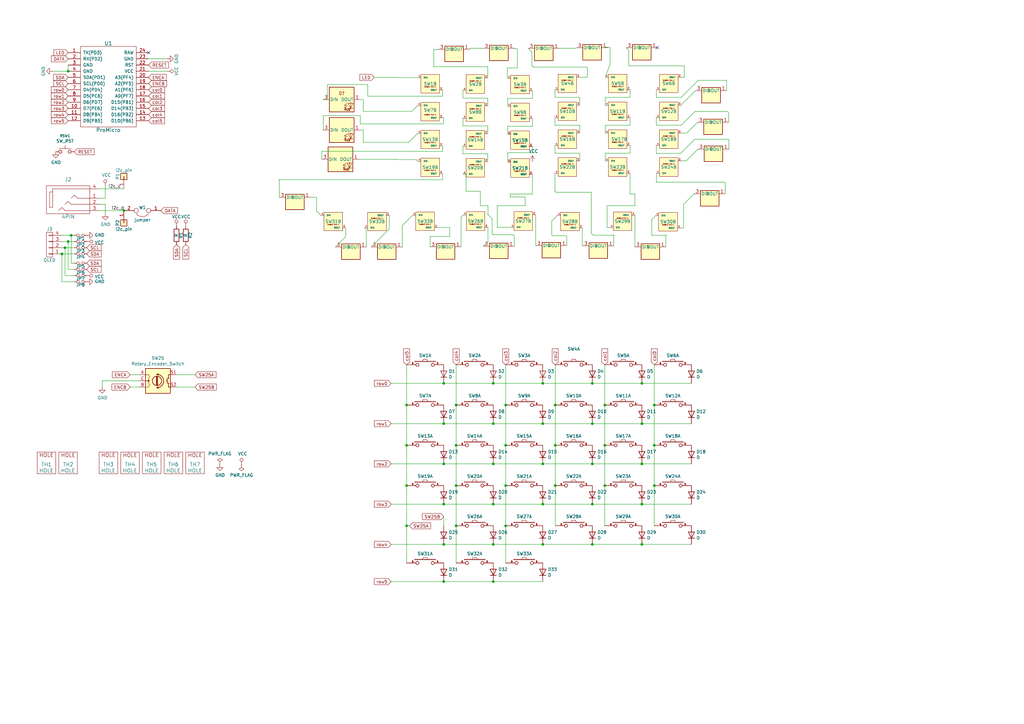
<source format=kicad_sch>
(kicad_sch (version 20230121) (generator eeschema)
  (paper "A3")
  (junction (at 222.6295 223.2846))
  (junction (at 207.3895 199.1546))
  (junction (at 263.2695 206.7746))
  (junction (at 202.3095 157.2446))
  (junction (at 187.0695 215.6646))
  (junction (at 248.0295 166.1346))
  (junction (at 181.9895 157.2446))
  (junction (at 187.0695 182.6446))
  (junction (at 222.6295 190.2646))
  (junction (at 26.67 101.6))
  (junction (at 263.2695 157.2446))
  (junction (at 27.94 29.21))
  (junction (at 222.6295 206.7746))
  (junction (at 242.9495 157.2446))
  (junction (at 202.3095 223.2846))
  (junction (at 227.7095 199.1546))
  (junction (at 181.9895 206.7746))
  (junction (at 166.7495 182.6446))
  (junction (at 187.0695 166.1346))
  (junction (at 242.9495 173.7546))
  (junction (at 27.94 99.06))
  (junction (at 207.3895 182.6446))
  (junction (at 263.2695 223.2846))
  (junction (at 263.2695 190.2646))
  (junction (at 207.3895 166.1346))
  (junction (at 202.3095 206.7746))
  (junction (at 242.9495 206.7746))
  (junction (at 242.9495 190.2646))
  (junction (at 227.7095 182.6446))
  (junction (at 268.3495 182.6446))
  (junction (at 202.3095 238.5246))
  (junction (at 181.9895 223.2846))
  (junction (at 166.7495 166.1346))
  (junction (at 242.9495 223.2846))
  (junction (at 187.0695 199.1546))
  (junction (at 263.2695 173.7546))
  (junction (at 248.0295 199.1546))
  (junction (at 248.0295 182.6446))
  (junction (at 25.4 104.14))
  (junction (at 207.3895 215.6646))
  (junction (at 222.6295 157.2446))
  (junction (at 268.3495 199.1546))
  (junction (at 227.7095 166.1346))
  (junction (at 181.9895 173.7546))
  (junction (at 50.8 86.36))
  (junction (at 29.21 96.52))
  (junction (at 268.3495 166.1346))
  (junction (at 181.9895 238.5246))
  (junction (at 166.7495 215.6646))
  (junction (at 181.9895 190.2646))
  (junction (at 202.3095 190.2646))
  (junction (at 222.6295 173.7546))
  (junction (at 166.7495 199.1546))
  (junction (at 202.3095 173.7546))
  (no_connect (at 60.96 21.59))
  (no_connect (at 269.5679 19.5445))
  (wire (pts (xy 218.3869 62.5947) (xy 208.2269 62.5947)))
  (wire (pts (xy 197.0277 78.4345) (xy 197.0277 84.3476)))
  (wire (pts (xy 222.6295 157.2446) (xy 242.9495 157.2446)))
  (wire (pts (xy 267.4593 96.531) (xy 267.3352 96.4069)))
  (wire (pts (xy 248.0295 149.6246) (xy 248.0295 166.1346)))
  (wire (pts (xy 202.3095 206.7746) (xy 181.9895 206.7746)))
  (wire (pts (xy 227.6258 62.811) (xy 227.6258 59.636)))
  (wire (pts (xy 200.1417 84.3476) (xy 200.1417 88.1576)))
  (wire (pts (xy 189.0978 89.0415) (xy 189.9817 88.1576)))
  (wire (pts (xy 141.7729 97.091) (xy 137.5597 101.3042)))
  (wire (pts (xy 170.703 65.4356) (xy 171.3731 66.1057)))
  (wire (pts (xy 237.7858 51.381) (xy 227.6258 51.381)))
  (wire (pts (xy 203.9517 84.3476) (xy 215.3817 84.3476)))
  (wire (pts (xy 226.2735 90.7288) (xy 228.6865 88.3158)))
  (wire (pts (xy 263.2695 190.2646) (xy 283.5895 190.2646)))
  (wire (pts (xy 208.2269 62.5947) (xy 208.2269 66.4047)))
  (wire (pts (xy 181.9895 157.2446) (xy 160.3995 157.2446)))
  (wire (pts (xy 258.4128 79.5824) (xy 258.4128 71.066)))
  (wire (pts (xy 297.1701 74.6975) (xy 269.3202 74.6975)))
  (wire (pts (xy 236.213 19.8236) (xy 236.4921 19.5445)))
  (wire (pts (xy 269.3202 74.6975) (xy 269.2581 74.7596)))
  (wire (pts (xy 215.3817 80.7982) (xy 209.2429 80.7982)))
  (wire (pts (xy 281.4404 65.986) (xy 286.2691 61.1573)))
  (wire (pts (xy 187.0695 149.6246) (xy 187.0695 166.1346)))
  (wire (pts (xy 228.0102 78.8843) (xy 242.5245 78.8843)))
  (wire (pts (xy 149.0225 53.3407) (xy 149.0225 58.4061)))
  (wire (pts (xy 268.3495 199.1546) (xy 268.3495 215.6646)))
  (wire (pts (xy 41.91 156.21) (xy 41.91 158.75)))
  (wire (pts (xy 285.0248 45.731) (xy 279.3748 51.381)))
  (wire (pts (xy 166.7495 215.6646) (xy 166.7495 230.9046)))
  (wire (pts (xy 134.3125 40.8248) (xy 132.5125 40.8248)))
  (wire (pts (xy 189.0978 89.0415) (xy 189.0978 101.2142)))
  (wire (pts (xy 187.0695 166.1346) (xy 187.0695 182.6446)))
  (wire (pts (xy 202.3095 173.7546) (xy 222.6295 173.7546)))
  (wire (pts (xy 251.7511 100.8466) (xy 251.7511 96.7014)))
  (wire (pts (xy 181.9895 223.2846) (xy 202.3095 223.2846)))
  (wire (pts (xy 269.2148 39.951) (xy 269.2148 36.776)))
  (wire (pts (xy 132.5603 53.293) (xy 132.5125 53.3407)))
  (wire (pts (xy 114.5865 73.8743) (xy 114.3912 73.679)))
  (wire (pts (xy 227.7095 199.1546) (xy 227.7095 215.6646)))
  (wire (pts (xy 298.8295 46.1498) (xy 298.4107 45.731)))
  (wire (pts (xy 222.6295 206.7746) (xy 242.9495 206.7746)))
  (wire (pts (xy 211.9659 19.9405) (xy 211.0694 19.9405)))
  (wire (pts (xy 176.404 101.208) (xy 176.3978 101.2142)))
  (wire (pts (xy 257.9845 27.0296) (xy 257.8914 26.9365)))
  (wire (pts (xy 222.6295 190.2646) (xy 242.9495 190.2646)))
  (wire (pts (xy 134.3125 40.8248) (xy 134.3125 34.6607)))
  (wire (pts (xy 40.64 83.82) (xy 43.18 83.82)))
  (wire (pts (xy 269.2581 74.7596) (xy 269.2581 71.1093)))
  (wire (pts (xy 258.4128 48.206) (xy 258.4128 51.381)))
  (wire (pts (xy 242.9495 190.2646) (xy 263.2695 190.2646)))
  (wire (pts (xy 232.1661 96.6861) (xy 226.6457 96.6861)))
  (wire (pts (xy 268.3495 166.1346) (xy 268.3495 149.6246)))
  (wire (pts (xy 53.34 153.67) (xy 57.15 153.67)))
  (wire (pts (xy 226.6457 96.6861) (xy 226.2735 96.3139)))
  (wire (pts (xy 127.2865 80.9361) (xy 129.8265 80.9361)))
  (wire (pts (xy 181.8786 48.3257) (xy 181.8786 50.8242)))
  (wire (pts (xy 263.2695 173.7546) (xy 283.5895 173.7546)))
  (wire (pts (xy 43.18 76.2) (xy 43.18 81.28)))
  (wire (pts (xy 132.0118 62.1498) (xy 132.1223 62.0393)))
  (wire (pts (xy 242.9495 173.7546) (xy 263.2695 173.7546)))
  (wire (pts (xy 212.201 27.8669) (xy 212.214 27.8799)))
  (wire (pts (xy 218.3869 37.1947) (xy 218.3869 40.3697)))
  (wire (pts (xy 251.7511 96.7014) (xy 252.0146 96.4379)))
  (wire (pts (xy 200.1417 99.0558) (xy 198.2159 100.9816)))
  (wire (pts (xy 179.4496 93.3027) (xy 184.3993 93.3027)))
  (wire (pts (xy 260.4132 88.2227) (xy 260.4132 101.256)))
  (wire (pts (xy 147.7525 53.3407) (xy 149.0225 53.3407)))
  (wire (pts (xy 200.0458 51.6602) (xy 189.8858 51.6602)))
  (wire (pts (xy 29.21 96.52) (xy 30.48 96.52)))
  (wire (pts (xy 26.67 101.6) (xy 30.48 101.6)))
  (wire (pts (xy 298.9691 57.2681) (xy 298.8449 57.1439)))
  (wire (pts (xy 174.8063 62.0393) (xy 132.1223 62.0393)))
  (wire (pts (xy 166.7495 182.6446) (xy 166.7495 199.1546)))
  (wire (pts (xy 227.7095 149.6246) (xy 227.7095 166.1346)))
  (wire (pts (xy 160.3995 223.2846) (xy 181.9895 223.2846)))
  (wire (pts (xy 162.1063 31.8157) (xy 171.3731 31.8157)))
  (wire (pts (xy 200.0458 63.0902) (xy 189.8858 63.0902)))
  (wire (pts (xy 60.96 24.13) (xy 68.58 24.13)))
  (wire (pts (xy 280.6262 27.0296) (xy 280.6262 31.696)))
  (wire (pts (xy 176.404 96.9963) (xy 184.5915 96.9963)))
  (wire (pts (xy 166.7495 199.1546) (xy 166.7495 215.6646)))
  (wire (pts (xy 149.0225 45.7061) (xy 168.8331 45.7061)))
  (wire (pts (xy 181.8786 50.8242) (xy 147.7306 50.8242)))
  (wire (pts (xy 202.3095 206.7746) (xy 222.6295 206.7746)))
  (wire (pts (xy 268.3495 182.6446) (xy 268.3495 199.1546)))
  (wire (pts (xy 177.9045 25.869) (xy 177.9045 20.3298)))
  (wire (pts (xy 202.3095 238.5246) (xy 181.9895 238.5246)))
  (wire (pts (xy 210.9159 96.7112) (xy 210.4567 96.252)))
  (wire (pts (xy 237.7858 54.556) (xy 237.7858 51.381)))
  (wire (pts (xy 212.214 27.8799) (xy 212.214 20.1886)))
  (wire (pts (xy 132.5603 47.3951) (xy 132.5603 53.293)))
  (wire (pts (xy 150.2597 101.3042) (xy 150.2597 94.1044)))
  (wire (pts (xy 146.1412 93.3958) (xy 146.1412 93.3849)))
  (wire (pts (xy 207.3895 199.1546) (xy 207.3895 215.6646)))
  (wire (pts (xy 159.7111 88.3158) (xy 159.7111 93.8532)))
  (wire (pts (xy 202.3095 190.2646) (xy 181.9895 190.2646)))
  (wire (pts (xy 207.3895 149.6246) (xy 207.3895 166.1346)))
  (wire (pts (xy 129.8265 80.9361) (xy 129.8265 86.5185)))
  (wire (pts (xy 279.3748 43.126) (xy 279.3748 43.0702)))
  (wire (pts (xy 298.4107 45.731) (xy 285.0248 45.731)))
  (wire (pts (xy 177.9124 27.3552) (xy 177.9045 25.869)))
  (wire (pts (xy 43.18 81.28) (xy 40.64 81.28)))
  (wire (pts (xy 267.3352 96.4069) (xy 267.3352 90.0093)))
  (wire (pts (xy 198.2525 19.8236) (xy 192.6691 19.8236)))
  (wire (pts (xy 201.835 89.7577) (xy 200.1417 88.0644)))
  (wire (pts (xy 27.94 99.06) (xy 30.48 99.06)))
  (wire (pts (xy 250.2123 19.4073) (xy 248.198 19.4073)))
  (wire (pts (xy 269.2148 51.381) (xy 269.2148 48.206)))
  (wire (pts (xy 26.67 101.6) (xy 26.67 113.03)))
  (wire (pts (xy 181.8786 48.3257) (xy 181.5331 48.3257)))
  (wire (pts (xy 219.6988 88.1297) (xy 219.6988 100.6141)))
  (wire (pts (xy 248.0295 199.1546) (xy 248.0295 215.6646)))
  (wire (pts (xy 258.4128 36.776) (xy 258.4128 39.951)))
  (wire (pts (xy 177.9045 20.3298) (xy 179.5653 20.3298)))
  (wire (pts (xy 257.8914 20.568) (xy 256.8679 19.5445)))
  (wire (pts (xy 279.3748 65.986) (xy 281.4404 65.986)))
  (wire (pts (xy 147.7306 50.8242) (xy 147.7306 47.3951)))
  (wire (pts (xy 248.0295 166.1346) (xy 248.0295 182.6446)))
  (wire (pts (xy 280.3657 93.4888) (xy 280.3657 83.8079)))
  (wire (pts (xy 72.39 158.75) (xy 80.01 158.75)))
  (wire (pts (xy 181.9895 190.2646) (xy 160.3995 190.2646)))
  (wire (pts (xy 280.6262 31.696) (xy 279.3748 31.696)))
  (wire (pts (xy 202.3095 157.2446) (xy 181.9895 157.2446)))
  (wire (pts (xy 202.3095 238.5246) (xy 222.6295 238.5246)))
  (wire (pts (xy 248.198 19.5445) (xy 249.1921 19.5445)))
  (wire (pts (xy 202.3095 157.2446) (xy 222.6295 157.2446)))
  (wire (pts (xy 187.0695 215.6646) (xy 187.0695 230.9046)))
  (wire (pts (xy 27.94 26.67) (xy 27.94 29.21)))
  (wire (pts (xy 238.8465 93.3958) (xy 238.8465 100.642)))
  (wire (pts (xy 248.198 19.4073) (xy 248.198 19.5445)))
  (wire (pts (xy 27.94 110.49) (xy 30.48 110.49)))
  (wire (pts (xy 60.96 29.21) (xy 68.58 29.21)))
  (wire (pts (xy 279.3748 43.0702) (xy 285.2921 37.1529)))
  (wire (pts (xy 210.9159 100.9816) (xy 210.9159 96.7112)))
  (wire (pts (xy 252.0146 96.4379) (xy 243.2798 96.4379)))
  (wire (pts (xy 279.3748 51.381) (xy 269.2148 51.381)))
  (wire (pts (xy 167.5631 58.4061) (xy 171.3731 54.6757)))
  (wire (pts (xy 297.4339 79.4397) (xy 297.4339 74.9613)))
  (wire (pts (xy 248.9832 84.4127) (xy 248.9832 93.3027)))
  (wire (pts (xy 238.8465 100.642) (xy 239.0511 100.8466)))
  (wire (pts (xy 227.6258 78.4999) (xy 228.0102 78.8843)))
  (wire (pts (xy 166.7495 215.6646) (xy 168.0195 215.6646)))
  (wire (pts (xy 258.4128 59.636) (xy 258.4128 62.811)))
  (wire (pts (xy 162.7062 65.356) (xy 147.2518 65.356)))
  (wire (pts (xy 242.5245 95.6826) (xy 243.2798 96.4379)))
  (wire (pts (xy 279.0957 93.4888) (xy 280.3657 93.4888)))
  (wire (pts (xy 268.3495 182.6446) (xy 268.3495 166.1346)))
  (wire (pts (xy 203.9517 84.3476) (xy 203.9517 93.2097)))
  (wire (pts (xy 218.8145 27.4948) (xy 240.695 27.4948)))
  (wire (pts (xy 179.5653 20.3298) (xy 179.5653 20.1903)))
  (wire (pts (xy 208.2269 51.7997) (xy 208.2269 54.9747)))
  (wire (pts (xy 149.0225 40.8248) (xy 149.0225 45.7061)))
  (wire (pts (xy 240.8282 31.696) (xy 237.7858 31.696)))
  (wire (pts (xy 25.4 101.6) (xy 26.67 101.6)))
  (wire (pts (xy 200.0458 66.2652) (xy 200.0458 63.0902)))
  (wire (pts (xy 29.21 96.52) (xy 29.21 107.95)))
  (wire (pts (xy 191.1494 71.3452) (xy 189.8858 71.3452)))
  (wire (pts (xy 200.0458 40.2302) (xy 189.8858 40.2302)))
  (wire (pts (xy 191.1494 78.4345) (xy 191.1494 71.3452)))
  (wire (pts (xy 298.8449 57.1439) (xy 284.9115 57.1439)))
  (wire (pts (xy 40.64 77.47) (xy 50.8 77.47)))
  (wire (pts (xy 207.3895 215.6646) (xy 207.3895 230.9046)))
  (wire (pts (xy 242.9495 206.7746) (xy 263.2695 206.7746)))
  (wire (pts (xy 25.4 99.06) (xy 27.94 99.06)))
  (wire (pts (xy 176.0763 73.7586) (xy 176.0763 73.679)))
  (wire (pts (xy 273.3518 96.531) (xy 267.4593 96.531)))
  (wire (pts (xy 273.1039 101.2653) (xy 273.1039 96.7789)))
  (wire (pts (xy 279.3748 39.951) (xy 269.2148 39.951)))
  (wire (pts (xy 194.3964 32.1147) (xy 194.3964 31.9752)))
  (wire (pts (xy 129.8265 86.5185) (xy 131.6129 88.3049)))
  (wire (pts (xy 187.0695 199.1546) (xy 187.0695 215.6646)))
  (wire (pts (xy 201.835 95.9418) (xy 201.835 89.7577)))
  (wire (pts (xy 203.9517 93.2097) (xy 209.5388 93.2097)))
  (wire (pts (xy 184.3993 96.8041) (xy 184.5915 96.9963)))
  (wire (pts (xy 189.8858 51.6602) (xy 189.8858 48.4852)))
  (wire (pts (xy 176.0763 73.7586) (xy 181.5331 73.7586)))
  (wire (pts (xy 250.2123 26.3155) (xy 248.2528 31.696)))
  (wire (pts (xy 174.8063 62.1189) (xy 174.8063 62.0393)))
  (wire (pts (xy 197.0277 78.4345) (xy 191.1494 78.4345)))
  (wire (pts (xy 168.8331 45.7061) (xy 171.3731 43.2457)))
  (wire (pts (xy 189.8858 63.0902) (xy 189.8858 59.9152)))
  (wire (pts (xy 222.6295 223.2846) (xy 242.9495 223.2846)))
  (wire (pts (xy 263.2695 206.7746) (xy 283.5895 206.7746)))
  (wire (pts (xy 269.2581 71.1093) (xy 269.2148 71.066)))
  (wire (pts (xy 200.1417 93.2376) (xy 200.1417 99.0558)))
  (wire (pts (xy 209.2429 79.5824) (xy 218.3869 79.5824)))
  (wire (pts (xy 232.4918 97.0118) (xy 232.1661 96.6861)))
  (wire (pts (xy 248.0295 199.1546) (xy 248.0295 182.6446)))
  (wire (pts (xy 257.9845 27.0296) (xy 280.6262 27.0296)))
  (wire (pts (xy 162.7062 65.4356) (xy 170.703 65.4356)))
  (wire (pts (xy 219.6988 100.6141) (xy 219.7918 100.7071)))
  (wire (pts (xy 273.1039 96.7789) (xy 273.3518 96.531)))
  (wire (pts (xy 298.8295 50.132) (xy 298.8295 46.1498)))
  (wire (pts (xy 257.8914 26.9365) (xy 257.8914 20.568)))
  (wire (pts (xy 298.0799 32.9741) (xy 286.3517 32.9741)))
  (wire (pts (xy 150.2597 94.1044) (xy 149.5511 93.3958)))
  (wire (pts (xy 187.0695 182.6446) (xy 187.0695 199.1546)))
  (wire (pts (xy 202.3095 223.2846) (xy 222.6295 223.2846)))
  (wire (pts (xy 227.7095 182.6446) (xy 227.7095 199.1546)))
  (wire (pts (xy 208.1149 27.8669) (xy 208.1149 32.0027)))
  (wire (pts (xy 202.3095 173.7546) (xy 181.9895 173.7546)))
  (wire (pts (xy 166.7495 149.6246) (xy 166.7495 166.1346)))
  (wire (pts (xy 237.7858 65.986) (xy 237.7858 62.811)))
  (wire (pts (xy 260.4132 79.5824) (xy 258.4128 79.5824)))
  (wire (pts (xy 207.3895 182.6446) (xy 207.3895 199.1546)))
  (wire (pts (xy 27.94 99.06) (xy 27.94 110.49)))
  (wire (pts (xy 212.214 20.1886) (xy 211.9659 19.9405)))
  (wire (pts (xy 134.3125 34.6607) (xy 150.8226 34.6607)))
  (wire (pts (xy 222.6295 173.7546) (xy 242.9495 173.7546)))
  (wire (pts (xy 240.8282 27.5819) (xy 240.8282 31.696)))
  (wire (pts (xy 248.2528 51.381) (xy 248.2528 54.556)))
  (wire (pts (xy 218.3869 60.0547) (xy 218.3869 62.5947)))
  (wire (pts (xy 181.5331 39.4357) (xy 150.8226 39.4357)))
  (wire (pts (xy 248.2528 39.951) (xy 248.2528 43.126)))
  (wire (pts (xy 226.2735 96.3139) (xy 226.2735 90.7288)))
  (wire (pts (xy 227.6258 51.381) (xy 227.6258 48.206)))
  (wire (pts (xy 181.5331 59.7557) (xy 181.5331 62.1189)))
  (wire (pts (xy 218.1632 21.3123) (xy 216.6745 19.8236)))
  (wire (pts (xy 263.2695 157.2446) (xy 283.5895 157.2446)))
  (wire (pts (xy 279.141 62.9251) (xy 269.3289 62.9251)))
  (wire (pts (xy 218.8145 27.4948) (xy 218.1632 26.8435)))
  (wire (pts (xy 269.2148 62.811) (xy 269.2148 59.636)))
  (wire (pts (xy 208.1149 32.0027) (xy 208.2269 32.1147)))
  (wire (pts (xy 284.9115 57.1546) (xy 279.141 62.9251)))
  (wire (pts (xy 227.7095 166.1346) (xy 227.7095 182.6446)))
  (wire (pts (xy 53.34 158.75) (xy 57.15 158.75)))
  (wire (pts (xy 281.7055 54.556) (xy 286.1295 50.132)))
  (wire (pts (xy 176.0763 73.679) (xy 114.3912 73.679)))
  (wire (pts (xy 260.4132 79.5824) (xy 260.4132 84.4127)))
  (wire (pts (xy 149.0225 58.4061) (xy 167.5631 58.4061)))
  (wire (pts (xy 218.3869 51.7997) (xy 208.2269 51.7997)))
  (wire (pts (xy 160.3995 238.5246) (xy 181.9895 238.5246)))
  (wire (pts (xy 227.6258 71.066) (xy 227.6258 78.4999)))
  (wire (pts (xy 237.7858 39.951) (xy 227.6258 39.951)))
  (wire (pts (xy 179.5653 20.1903) (xy 179.9142 20.1903)))
  (wire (pts (xy 189.8858 40.2302) (xy 189.8858 37.0552)))
  (wire (pts (xy 286.3517 32.9741) (xy 279.3748 39.951)))
  (wire (pts (xy 27.94 29.21) (xy 21.59 29.21)))
  (wire (pts (xy 263.2695 223.2846) (xy 283.5895 223.2846)))
  (wire (pts (xy 207.3895 166.1346) (xy 207.3895 182.6446)))
  (wire (pts (xy 200.0458 27.3552) (xy 177.9124 27.3552)))
  (wire (pts (xy 202.3095 190.2646) (xy 222.6295 190.2646)))
  (wire (pts (xy 297.4339 74.9613) (xy 297.1701 74.6975)))
  (wire (pts (xy 218.3869 48.6247) (xy 218.3869 51.7997)))
  (wire (pts (xy 258.4128 62.811) (xy 248.2528 62.811)))
  (wire (pts (xy 248.2528 62.811) (xy 248.2528 65.986)))
  (wire (pts (xy 200.0458 43.4052) (xy 200.0458 40.2302)))
  (wire (pts (xy 181.5331 36.8957) (xy 181.5331 39.4357)))
  (wire (pts (xy 181.5331 71.1857) (xy 181.5331 73.7586)))
  (wire (pts (xy 181.9895 173.7546) (xy 160.3995 173.7546)))
  (wire (pts (xy 242.9495 223.2846) (xy 263.2695 223.2846)))
  (wire (pts (xy 114.5865 80.9361) (xy 114.5865 73.8743)))
  (wire (pts (xy 232.4918 100.7071) (xy 232.4918 97.0118)))
  (wire (pts (xy 218.3869 40.3697) (xy 208.2269 40.3697)))
  (wire (pts (xy 184.3993 93.3027) (xy 184.3993 96.8041)))
  (wire (pts (xy 147.7525 40.8248) (xy 149.0225 40.8248)))
  (wire (pts (xy 200.0458 27.3552) (xy 200.0458 31.9752)))
  (wire (pts (xy 30.48 104.14) (xy 25.4 104.14)))
  (wire (pts (xy 192.6691 19.8236) (xy 192.6142 20.1903)))
  (wire (pts (xy 240.8282 27.5819) (xy 240.695 27.4948)))
  (wire (pts (xy 258.4128 51.381) (xy 248.2528 51.381)))
  (wire (pts (xy 166.7495 166.1346) (xy 166.7495 182.6446)))
  (wire (pts (xy 229.3745 19.8236) (xy 236.213 19.8236)))
  (wire (pts (xy 260.4132 101.256) (xy 260.4039 101.2653)))
  (wire (pts (xy 267.3352 90.0093) (xy 268.9357 88.4088)))
  (wire (pts (xy 269.3289 62.9251) (xy 269.2148 62.811)))
  (wire (pts (xy 218.1632 26.8435) (xy 218.1632 21.3123)))
  (wire (pts (xy 164.9601 92.5522) (xy 169.2896 88.2227)))
  (wire (pts (xy 197.0277 84.3476) (xy 200.1417 84.3476)))
  (wire (pts (xy 25.4 115.57) (xy 30.48 115.57)))
  (wire (pts (xy 29.21 107.95) (xy 30.48 107.95)))
  (wire (pts (xy 250.2123 19.4073) (xy 250.2123 26.3155)))
  (wire (pts (xy 25.4 104.14) (xy 25.4 115.57)))
  (wire (pts (xy 162.1063 31.8157) (xy 162.1063 31.7361)))
  (wire (pts (xy 208.1149 27.8669) (xy 212.201 27.8669)))
  (wire (pts (xy 40.64 86.36) (xy 50.8 86.36)))
  (wire (pts (xy 26.67 113.03) (xy 30.48 113.03)))
  (wire (pts (xy 298.9691 61.1573) (xy 298.9691 57.2681)))
  (wire (pts (xy 202.1452 96.252) (xy 201.835 95.9418)))
  (wire (pts (xy 210.4567 96.252) (xy 202.1452 96.252)))
  (wire (pts (xy 279.3748 54.556) (xy 281.7055 54.556)))
  (wire (pts (xy 181.5331 62.1189) (xy 174.8063 62.1189)))
  (wire (pts (xy 176.404 96.9963) (xy 176.404 101.208)))
  (wire (pts (xy 242.5245 78.8843) (xy 242.5245 95.6826)))
  (wire (pts (xy 211.0694 19.9405) (xy 210.9525 19.8236)))
  (wire (pts (xy 237.7858 62.811) (xy 227.6258 62.811)))
  (wire (pts (xy 248.9832 84.4127) (xy 260.4132 84.4127)))
  (wire (pts (xy 227.6258 39.951) (xy 227.6258 36.776)))
  (wire (pts (xy 263.2695 157.2446) (xy 242.9495 157.2446)))
  (wire (pts (xy 162.1063 31.7361) (xy 153.4676 31.7361)))
  (wire (pts (xy 218.3869 79.5824) (xy 218.3869 71.4847)))
  (wire (pts (xy 208.2269 40.3697) (xy 208.2269 43.5447)))
  (wire (pts (xy 164.9601 101.3042) (xy 164.9601 92.5522)))
  (wire (pts (xy 43.18 83.82) (xy 43.18 87.63)))
  (wire (pts (xy 147.7306 47.3951) (xy 132.5603 47.3951)))
  (wire (pts (xy 209.2429 80.7982) (xy 209.2429 79.5824)))
  (wire (pts (xy 132.0118 65.356) (xy 132.0118 62.1498)))
  (wire (pts (xy 200.0458 54.8352) (xy 200.0458 51.6602)))
  (wire (pts (xy 237.7858 43.126) (xy 237.7858 39.951)))
  (wire (pts (xy 215.3817 80.7982) (xy 215.3817 84.3476)))
  (wire (pts (xy 57.15 156.21) (xy 41.91 156.21)))
  (wire (pts (xy 25.4 96.52) (xy 29.21 96.52)))
  (wire (pts (xy 248.9832 93.3027) (xy 250.2532 93.3027)))
  (wire (pts (xy 181.9895 206.7746) (xy 160.3995 206.7746)))
  (wire (pts (xy 284.9115 57.1439) (xy 284.9115 57.1546)))
  (wire (pts (xy 297.9921 33.0619) (xy 298.0799 32.9741)))
  (wire (pts (xy 162.7062 65.4356) (xy 162.7062 65.356)))
  (wire (pts (xy 72.39 153.67) (xy 80.01 153.67)))
  (wire (pts (xy 181.9895 211.8546) (xy 181.9895 215.6646)))
  (wire (pts (xy 297.9921 37.1529) (xy 297.9921 33.0619)))
  (wire (pts (xy 159.7111 93.8532) (xy 152.2601 101.3042)))
  (wire (pts (xy 150.8226 39.4357) (xy 150.8226 34.6607)))
  (wire (pts (xy 258.4128 39.951) (xy 248.2528 39.951)))
  (wire (pts (xy 280.3657 83.8079) (xy 284.7339 79.4397)))
  (wire (pts (xy 141.7729 93.3849) (xy 141.7729 97.091)))
  (label "i2c_d" (at 45.72 86.36 0))
  (label "i2c_c" (at 44.45 77.47 0))
  (global_label "col3" (shape input) (at 207.3895 149.6246 90) (property "Intersheetrefs" "${INTERSHEET_REFS}" (effects hide)))
  (global_label "row0" (shape input) (at 27.94 36.83 180) (property "Intersheetrefs" "${INTERSHEET_REFS}" (effects hide)))
  (global_label "row0" (shape input) (at 160.3995 157.2446 180) (property "Intersheetrefs" "${INTERSHEET_REFS}" (effects hide)))
  (global_label "SDA" (shape input) (at 72.39 100.33 270) (property "Intersheetrefs" "${INTERSHEET_REFS}" (effects hide)))
  (global_label "SDA" (shape input) (at 35.56 104.14 0) (property "Intersheetrefs" "${INTERSHEET_REFS}" (effects hide)))
  (global_label "ENCB" (shape input) (at 60.96 34.29 0) (property "Intersheetrefs" "${INTERSHEET_REFS}" (effects hide)))
  (global_label "col2" (shape input) (at 60.96 41.91 0) (property "Intersheetrefs" "${INTERSHEET_REFS}" (effects hide)))
  (global_label "SCL" (shape input) (at 35.56 110.49 0) (property "Intersheetrefs" "${INTERSHEET_REFS}" (effects hide)))
  (global_label "SW25B" (shape input) (at 181.9895 211.8546 180) (property "Intersheetrefs" "${INTERSHEET_REFS}" (effects hide)))
  (global_label "col5" (shape input) (at 166.7495 149.6246 90) (property "Intersheetrefs" "${INTERSHEET_REFS}" (effects hide)))
  (global_label "col0" (shape input) (at 60.96 36.83 0) (property "Intersheetrefs" "${INTERSHEET_REFS}" (effects hide)))
  (global_label "SW25B" (shape input) (at 80.01 158.75 0) (property "Intersheetrefs" "${INTERSHEET_REFS}" (effects hide)))
  (global_label "row2" (shape input) (at 27.94 41.91 180) (property "Intersheetrefs" "${INTERSHEET_REFS}" (effects hide)))
  (global_label "row5" (shape input) (at 27.94 49.53 180) (property "Intersheetrefs" "${INTERSHEET_REFS}" (effects hide)))
  (global_label "ENCA" (shape input) (at 60.96 31.75 0) (property "Intersheetrefs" "${INTERSHEET_REFS}" (effects hide)))
  (global_label "SCL" (shape input) (at 76.2 100.33 270) (property "Intersheetrefs" "${INTERSHEET_REFS}" (effects hide)))
  (global_label "col5" (shape input) (at 60.96 49.53 0) (property "Intersheetrefs" "${INTERSHEET_REFS}" (effects hide)))
  (global_label "SCL" (shape input) (at 27.94 34.29 180) (property "Intersheetrefs" "${INTERSHEET_REFS}" (effects hide)))
  (global_label "row5" (shape input) (at 160.3995 238.5246 180) (property "Intersheetrefs" "${INTERSHEET_REFS}" (effects hide)))
  (global_label "row1" (shape input) (at 27.94 39.37 180) (property "Intersheetrefs" "${INTERSHEET_REFS}" (effects hide)))
  (global_label "col0" (shape input) (at 268.3495 149.6246 90) (property "Intersheetrefs" "${INTERSHEET_REFS}" (effects hide)))
  (global_label "row1" (shape input) (at 160.3995 173.7546 180) (property "Intersheetrefs" "${INTERSHEET_REFS}" (effects hide)))
  (global_label "col4" (shape input) (at 187.0695 149.6246 90) (property "Intersheetrefs" "${INTERSHEET_REFS}" (effects hide)))
  (global_label "row3" (shape input) (at 27.94 44.45 180) (property "Intersheetrefs" "${INTERSHEET_REFS}" (effects hide)))
  (global_label "col2" (shape input) (at 227.7095 149.6246 90) (property "Intersheetrefs" "${INTERSHEET_REFS}" (effects hide)))
  (global_label "SW25A" (shape input) (at 168.0195 215.6646 0) (property "Intersheetrefs" "${INTERSHEET_REFS}" (effects hide)))
  (global_label "col3" (shape input) (at 60.96 44.45 0) (property "Intersheetrefs" "${INTERSHEET_REFS}" (effects hide)))
  (global_label "DATA" (shape input) (at 66.04 86.36 0) (property "Intersheetrefs" "${INTERSHEET_REFS}" (effects hide)))
  (global_label "SW25A" (shape input) (at 80.01 153.67 0) (property "Intersheetrefs" "${INTERSHEET_REFS}" (effects hide)))
  (global_label "col1" (shape input) (at 60.96 39.37 0) (property "Intersheetrefs" "${INTERSHEET_REFS}" (effects hide)))
  (global_label "SDA" (shape input) (at 27.94 31.75 180) (property "Intersheetrefs" "${INTERSHEET_REFS}" (effects hide)))
  (global_label "SCL" (shape input) (at 35.56 101.6 0) (property "Intersheetrefs" "${INTERSHEET_REFS}" (effects hide)))
  (global_label "ENCB" (shape input) (at 53.34 158.75 180) (property "Intersheetrefs" "${INTERSHEET_REFS}" (effects hide)))
  (global_label "DATA" (shape input) (at 27.94 24.13 180) (property "Intersheetrefs" "${INTERSHEET_REFS}" (effects hide)))
  (global_label "col1" (shape input) (at 248.0295 149.6246 90) (property "Intersheetrefs" "${INTERSHEET_REFS}" (effects hide)))
  (global_label "row2" (shape input) (at 160.3995 190.2646 180) (property "Intersheetrefs" "${INTERSHEET_REFS}" (effects hide)))
  (global_label "SDA" (shape input) (at 35.56 107.95 0) (property "Intersheetrefs" "${INTERSHEET_REFS}" (effects hide)))
  (global_label "row3" (shape input) (at 160.3995 206.7746 180) (property "Intersheetrefs" "${INTERSHEET_REFS}" (effects hide)))
  (global_label "RESET" (shape input) (at 60.96 26.67 0) (property "Intersheetrefs" "${INTERSHEET_REFS}" (effects hide)))
  (global_label "ENCA" (shape input) (at 53.34 153.67 180) (property "Intersheetrefs" "${INTERSHEET_REFS}" (effects hide)))
  (global_label "col4" (shape input) (at 60.96 46.99 0) (property "Intersheetrefs" "${INTERSHEET_REFS}" (effects hide)))
  (global_label "RESET" (shape input) (at 30.48 62.23 0) (property "Intersheetrefs" "${INTERSHEET_REFS}" (effects hide)))
  (global_label "row4" (shape input) (at 160.3995 223.2846 180) (property "Intersheetrefs" "${INTERSHEET_REFS}" (effects hide)))
  (global_label "LED" (shape input) (at 153.4676 31.7361 180) (property "Intersheetrefs" "${INTERSHEET_REFS}" (effects hide)))
  (global_label "row4" (shape input) (at 27.94 46.99 180) (property "Intersheetrefs" "${INTERSHEET_REFS}" (effects hide)))
  (global_label "LED" (shape input) (at 27.94 21.59 180) (property "Intersheetrefs" "${INTERSHEET_REFS}" (effects hide)))
  (symbol (lib_id "SofleKeyboard-rescue:ProMicro_2-Lily58-cache-Lily58_Pro-rescue") (at 44.45 35.56 0) (unit 1)
    (property "Reference" "U1" (at 44.45 17.78 0) (effects (font (size 1.524 1.524))))
    (property "Value" "ProMicro" (at 44.45 53.34 0) (effects (font (size 1.524 1.524))))
    (property "Footprint" "SofleKeyboard-footprint:ProMicro" (effects hide))
  )
  (symbol (lib_id "SofleKeyboard:SW_PUSH_LED") (at 194.6895 215.6646 0) (unit 1)
    (property "Reference" "SW26" (at 194.6895 211.8546 0))
    (property "Value" "SW_PUSH_LED" (effects hide))
    (property "Footprint" "SofleChoc:Choc_Hotswap_SK6812MiniE" (effects hide))
  )
  (symbol (lib_id "SofleKeyboard:SW_PUSH_LED") (at 174.3695 149.6246 0) (unit 1)
    (property "Reference" "SW1" (at 174.3695 145.8146 0))
    (property "Value" "SW_PUSH_LED" (effects hide))
    (property "Footprint" "SofleChoc:Choc_Hotswap_SK6812MiniE" (effects hide))
  )
  (symbol (lib_id "SofleKeyboard-rescue:D-Lily58-cache-Lily58_Pro-rescue") (at 181.9895 153.4346 90) (unit 1)
    (property "Reference" "D1" (at 183.9961 152.2662 90) (effects (justify right)))
    (property "Value" "D" (at 183.9961 154.5776 90) (effects (justify right)))
    (property "Footprint" "Diode_SMD:D_SOD-123-dbl" (effects hide))
  )
  (symbol (lib_id "SofleKeyboard:SW_PUSH_LED") (at 194.6895 149.6246 0) (unit 1)
    (property "Reference" "SW2" (at 194.6895 145.8146 0))
    (property "Value" "SW_PUSH_LED" (effects hide))
    (property "Footprint" "SofleChoc:Choc_Hotswap_SK6812MiniE" (effects hide))
  )
  (symbol (lib_id "SofleKeyboard-rescue:D-Lily58-cache-Lily58_Pro-rescue") (at 202.3095 153.4346 90) (unit 1)
    (property "Reference" "D2" (at 204.3161 152.2662 90) (effects (justify right)))
    (property "Value" "D" (at 204.3161 154.5776 90) (effects (justify right)))
    (property "Footprint" "Diode_SMD:D_SOD-123-dbl" (effects hide))
    (property "Datasheet" "https://www.vishay.com/docs/85748/1n4148w.pdf" (effects hide))
    (property "Sim.Device" "D" (effects hide))
    (property "Sim.Pins" "1=K 2=A" (effects hide))
  )
  (symbol (lib_id "SofleKeyboard:SW_PUSH_LED") (at 215.0095 149.6246 0) (unit 1)
    (property "Reference" "SW3" (at 215.0095 145.8146 0))
    (property "Value" "SW_PUSH_LED" (effects hide))
    (property "Footprint" "SofleChoc:Choc_Hotswap_SK6812MiniE" (effects hide))
  )
  (symbol (lib_id "SofleKeyboard-rescue:D-Lily58-cache-Lily58_Pro-rescue") (at 222.6295 153.4346 90) (unit 1)
    (property "Reference" "D3" (at 224.6361 152.2662 90) (effects (justify right)))
    (property "Value" "D" (at 224.6361 154.5776 90) (effects (justify right)))
    (property "Footprint" "Diode_SMD:D_SOD-123-dbl" (effects hide))
    (property "Datasheet" "https://www.vishay.com/docs/85748/1n4148w.pdf" (effects hide))
    (property "Sim.Device" "D" (effects hide))
    (property "Sim.Pins" "1=K 2=A" (effects hide))
  )
  (symbol (lib_id "SofleKeyboard:SW_PUSH_LED") (at 235.3295 149.6246 0) (unit 1)
    (property "Reference" "SW4" (at 235.3295 143.1476 0))
    (property "Value" "SW_PUSH_LED" (effects hide))
    (property "Footprint" "SofleChoc:Choc_Hotswap_SK6812MiniE" (effects hide))
  )
  (symbol (lib_id "Diode:1N4148W") (at 242.9495 153.4346 90) (unit 1)
    (property "Reference" "D4" (at 244.9561 152.2662 90) (effects (justify right)))
    (property "Value" "D" (at 244.9561 154.5776 90) (effects (justify right)))
    (property "Footprint" "Diode_SMD:D_SOD-123-dbl" (effects hide))
    (property "Datasheet" "https://www.vishay.com/docs/85748/1n4148w.pdf" (effects hide))
    (property "Sim.Device" "D" (effects hide))
    (property "Sim.Pins" "1=K 2=A" (effects hide))
  )
  (symbol (lib_id "SofleKeyboard:SW_PUSH_LED") (at 255.6495 149.6246 0) (unit 1)
    (property "Reference" "SW5" (at 255.6495 145.8146 0))
    (property "Value" "SW_PUSH_LED" (effects hide))
    (property "Footprint" "SofleChoc:Choc_Hotswap_SK6812MiniE" (effects hide))
  )
  (symbol (lib_id "Diode:1N4148W") (at 263.2695 153.4346 90) (unit 1)
    (property "Reference" "D5" (at 265.2761 152.2662 90) (effects (justify right)))
    (property "Value" "D" (at 265.2761 154.5776 90) (effects (justify right)))
    (property "Footprint" "Diode_SMD:D_SOD-123-dbl" (effects hide))
    (property "Datasheet" "https://www.vishay.com/docs/85748/1n4148w.pdf" (effects hide))
    (property "Sim.Device" "D" (effects hide))
    (property "Sim.Pins" "1=K 2=A" (effects hide))
  )
  (symbol (lib_id "SofleKeyboard:SW_PUSH_LED") (at 275.9695 149.6246 0) (unit 1)
    (property "Reference" "SW6" (at 275.9695 145.8146 0))
    (property "Value" "SW_PUSH_LED" (effects hide))
    (property "Footprint" "SofleChoc:Choc_Hotswap_SK6812MiniE" (effects hide))
  )
  (symbol (lib_id "Diode:1N4148W") (at 283.5895 153.4346 90) (unit 1)
    (property "Reference" "D6" (at 285.5961 152.2662 90) (effects (justify right)))
    (property "Value" "D" (at 285.5961 154.5776 90) (effects (justify right)))
    (property "Footprint" "Diode_SMD:D_SOD-123-dbl" (effects hide))
    (property "Datasheet" "https://www.vishay.com/docs/85748/1n4148w.pdf" (effects hide))
    (property "Sim.Device" "D" (effects hide))
    (property "Sim.Pins" "1=K 2=A" (effects hide))
  )
  (symbol (lib_id "SofleKeyboard:SW_PUSH_LED") (at 194.6895 166.1346 0) (unit 1)
    (property "Reference" "SW8" (at 194.6895 162.3246 0))
    (property "Value" "SW_PUSH_LED" (effects hide))
    (property "Footprint" "SofleChoc:Choc_Hotswap_SK6812MiniE" (effects hide))
  )
  (symbol (lib_id "SofleKeyboard:SW_PUSH_LED") (at 215.0095 166.1346 0) (unit 1)
    (property "Reference" "SW9" (at 215.0095 162.3246 0))
    (property "Value" "SW_PUSH_LED" (effects hide))
    (property "Footprint" "SofleChoc:Choc_Hotswap_SK6812MiniE" (effects hide))
  )
  (symbol (lib_id "SofleKeyboard:SW_PUSH_LED") (at 235.3295 166.1346 0) (unit 1)
    (property "Reference" "SW10" (at 235.3295 162.3246 0))
    (property "Value" "SW_PUSH_LED" (effects hide))
    (property "Footprint" "SofleChoc:Choc_Hotswap_SK6812MiniE" (effects hide))
  )
  (symbol (lib_id "SofleKeyboard:SW_PUSH_LED") (at 255.6495 166.1346 0) (unit 1)
    (property "Reference" "SW11" (at 255.6495 162.3246 0))
    (property "Value" "SW_PUSH_LED" (effects hide))
    (property "Footprint" "SofleChoc:Choc_Hotswap_SK6812MiniE" (effects hide))
  )
  (symbol (lib_id "SofleKeyboard:SW_PUSH_LED") (at 275.9695 166.1346 0) (unit 1)
    (property "Reference" "SW12" (at 275.9695 162.3246 0))
    (property "Value" "SW_PUSH_LED" (effects hide))
    (property "Footprint" "SofleChoc:Choc_Hotswap_SK6812MiniE" (effects hide))
  )
  (symbol (lib_id "SofleKeyboard:SW_PUSH_LED") (at 174.3695 166.1346 0) (unit 1)
    (property "Reference" "SW7" (at 174.3695 162.3246 0))
    (property "Value" "SW_PUSH_LED" (effects hide))
    (property "Footprint" "SofleChoc:Choc_Hotswap_SK6812MiniE" (effects hide))
  )
  (symbol (lib_id "Diode:1N4148W") (at 181.9895 169.9446 90) (unit 1)
    (property "Reference" "D7" (at 183.9961 168.7762 90) (effects (justify right)))
    (property "Value" "D" (at 183.9961 171.0876 90) (effects (justify right)))
    (property "Footprint" "Diode_SMD:D_SOD-123-dbl" (effects hide))
    (property "Sim.Device" "D" (effects hide))
    (property "Sim.Pins" "1=K 2=A" (effects hide))
  )
  (symbol (lib_id "Diode:1N4148W") (at 202.3095 169.9446 90) (unit 1)
    (property "Reference" "D8" (at 204.3161 168.7762 90) (effects (justify right)))
    (property "Value" "D" (at 204.3161 171.0876 90) (effects (justify right)))
    (property "Footprint" "Diode_SMD:D_SOD-123-dbl" (effects hide))
    (property "Sim.Device" "D" (effects hide))
    (property "Sim.Pins" "1=K 2=A" (effects hide))
  )
  (symbol (lib_id "Diode:1N4148W") (at 222.6295 169.9446 90) (unit 1)
    (property "Reference" "D9" (at 224.6361 168.7762 90) (effects (justify right)))
    (property "Value" "D" (at 224.6361 171.0876 90) (effects (justify right)))
    (property "Footprint" "Diode_SMD:D_SOD-123-dbl" (effects hide))
    (property "Sim.Device" "D" (effects hide))
    (property "Sim.Pins" "1=K 2=A" (effects hide))
  )
  (symbol (lib_id "Diode:1N4148W") (at 242.9495 169.9446 90) (unit 1)
    (property "Reference" "D10" (at 244.9561 168.7762 90) (effects (justify right)))
    (property "Value" "D" (at 244.9561 171.0876 90) (effects (justify right)))
    (property "Footprint" "Diode_SMD:D_SOD-123-dbl" (effects hide))
    (property "Sim.Device" "D" (effects hide))
    (property "Sim.Pins" "1=K 2=A" (effects hide))
  )
  (symbol (lib_id "Diode:1N4148W") (at 263.2695 169.9446 90) (unit 1)
    (property "Reference" "D11" (at 265.2761 168.7762 90) (effects (justify right)))
    (property "Value" "D" (at 265.2761 171.0876 90) (effects (justify right)))
    (property "Footprint" "Diode_SMD:D_SOD-123-dbl" (effects hide))
    (property "Sim.Device" "D" (effects hide))
    (property "Sim.Pins" "1=K 2=A" (effects hide))
  )
  (symbol (lib_id "Diode:1N4148W") (at 283.5895 169.9446 90) (unit 1)
    (property "Reference" "D12" (at 285.5961 168.7762 90) (effects (justify right)))
    (property "Value" "D" (at 285.5961 171.0876 90) (effects (justify right)))
    (property "Footprint" "Diode_SMD:D_SOD-123-dbl" (effects hide))
    (property "Sim.Device" "D" (effects hide))
    (property "Sim.Pins" "1=K 2=A" (effects hide))
  )
  (symbol (lib_id "SofleKeyboard:SW_PUSH_LED") (at 174.3695 182.6446 0) (unit 1)
    (property "Reference" "SW13" (at 174.3695 178.8346 0))
    (property "Value" "SW_PUSH_LED" (effects hide))
    (property "Footprint" "SofleChoc:Choc_Hotswap_SK6812MiniE" (effects hide))
  )
  (symbol (lib_id "SofleKeyboard:SW_PUSH_LED") (at 194.6895 182.6446 0) (unit 1)
    (property "Reference" "SW14" (at 194.6895 178.8346 0))
    (property "Value" "SW_PUSH_LED" (effects hide))
    (property "Footprint" "SofleChoc:Choc_Hotswap_SK6812MiniE" (effects hide))
  )
  (symbol (lib_id "SofleKeyboard:SW_PUSH_LED") (at 215.0095 182.6446 0) (unit 1)
    (property "Reference" "SW15" (at 215.0095 178.8346 0))
    (property "Value" "SW_PUSH_LED" (effects hide))
    (property "Footprint" "SofleChoc:Choc_Hotswap_SK6812MiniE" (effects hide))
  )
  (symbol (lib_id "SofleKeyboard:SW_PUSH_LED") (at 235.3295 182.6446 0) (unit 1)
    (property "Reference" "SW16" (at 235.3295 178.8346 0))
    (property "Value" "SW_PUSH_LED" (effects hide))
    (property "Footprint" "SofleChoc:Choc_Hotswap_SK6812MiniE" (effects hide))
  )
  (symbol (lib_id "SofleKeyboard:SW_PUSH_LED") (at 255.6495 182.6446 0) (unit 1)
    (property "Reference" "SW17" (at 255.6495 178.8346 0))
    (property "Value" "SW_PUSH_LED" (effects hide))
    (property "Footprint" "SofleChoc:Choc_Hotswap_SK6812MiniE" (effects hide))
  )
  (symbol (lib_id "SofleKeyboard:SW_PUSH_LED") (at 275.9695 182.6446 0) (unit 1)
    (property "Reference" "SW18" (at 275.9695 178.8346 0))
    (property "Value" "SW_PUSH_LED" (effects hide))
    (property "Footprint" "SofleChoc:Choc_Hotswap_SK6812MiniE" (effects hide))
  )
  (symbol (lib_id "Diode:1N4148W") (at 181.9895 186.4546 90) (unit 1)
    (property "Reference" "D13" (at 183.9961 185.2862 90) (effects (justify right)))
    (property "Value" "D" (at 183.9961 187.5976 90) (effects (justify right)))
    (property "Footprint" "Diode_SMD:D_SOD-123-dbl" (effects hide))
    (property "Sim.Device" "D" (effects hide))
    (property "Sim.Pins" "1=K 2=A" (effects hide))
  )
  (symbol (lib_id "Diode:1N4148W") (at 202.3095 186.4546 90) (unit 1)
    (property "Reference" "D14" (at 204.3161 185.2862 90) (effects (justify right)))
    (property "Value" "D" (at 204.3161 187.5976 90) (effects (justify right)))
    (property "Footprint" "Diode_SMD:D_SOD-123-dbl" (effects hide))
    (property "Sim.Device" "D" (effects hide))
    (property "Sim.Pins" "1=K 2=A" (effects hide))
  )
  (symbol (lib_id "Diode:1N4148W") (at 222.6295 186.4546 90) (unit 1)
    (property "Reference" "D15" (at 224.6361 185.2862 90) (effects (justify right)))
    (property "Value" "D" (at 224.6361 187.5976 90) (effects (justify right)))
    (property "Footprint" "Diode_SMD:D_SOD-123-dbl" (effects hide))
    (property "Sim.Device" "D" (effects hide))
    (property "Sim.Pins" "1=K 2=A" (effects hide))
  )
  (symbol (lib_id "Diode:1N4148W") (at 242.9495 186.4546 90) (unit 1)
    (property "Reference" "D16" (at 244.9561 185.2862 90) (effects (justify right)))
    (property "Value" "D" (at 244.9561 187.5976 90) (effects (justify right)))
    (property "Footprint" "Diode_SMD:D_SOD-123-dbl" (effects hide))
    (property "Sim.Device" "D" (effects hide))
    (property "Sim.Pins" "1=K 2=A" (effects hide))
  )
  (symbol (lib_id "Diode:1N4148W") (at 263.2695 186.4546 90) (unit 1)
    (property "Reference" "D17" (at 265.2761 185.2862 90) (effects (justify right)))
    (property "Value" "D" (at 265.2761 187.5976 90) (effects (justify right)))
    (property "Footprint" "Diode_SMD:D_SOD-123-dbl" (effects hide))
    (property "Sim.Device" "D" (effects hide))
    (property "Sim.Pins" "1=K 2=A" (effects hide))
  )
  (symbol (lib_id "Diode:1N4148W") (at 283.5895 186.4546 90) (unit 1)
    (property "Reference" "D18" (at 285.5961 185.2862 90) (effects (justify right)))
    (property "Value" "D" (at 285.5961 187.5976 90) (effects (justify right)))
    (property "Footprint" "Diode_SMD:D_SOD-123-dbl" (effects hide))
    (property "Sim.Device" "D" (effects hide))
    (property "Sim.Pins" "1=K 2=A" (effects hide))
  )
  (symbol (lib_id "SofleKeyboard:SW_PUSH_LED") (at 215.0095 199.1546 0) (unit 1)
    (property "Reference" "SW21" (at 215.0095 195.3446 0))
    (property "Value" "SW_PUSH_LED" (effects hide))
    (property "Footprint" "SofleChoc:Choc_Hotswap_SK6812MiniE" (effects hide))
  )
  (symbol (lib_id "SofleKeyboard:SW_PUSH_LED") (at 235.3295 199.1546 0) (unit 1)
    (property "Reference" "SW22" (at 235.3295 195.3446 0))
    (property "Value" "SW_PUSH_LED" (effects hide))
    (property "Footprint" "SofleChoc:Choc_Hotswap_SK6812MiniE" (effects hide))
  )
  (symbol (lib_id "SofleKeyboard:SW_PUSH_LED") (at 255.6495 199.1546 0) (unit 1)
    (property "Reference" "SW23" (at 255.6495 195.3446 0))
    (property "Value" "SW_PUSH_LED" (effects hide))
    (property "Footprint" "SofleChoc:Choc_Hotswap_SK6812MiniE" (effects hide))
  )
  (symbol (lib_id "SofleKeyboard:SW_PUSH_LED") (at 275.9695 199.1546 0) (unit 1)
    (property "Reference" "SW24" (at 275.9695 195.3446 0))
    (property "Value" "SW_PUSH_LED" (effects hide))
    (property "Footprint" "SofleChoc:Choc_Hotswap_SK6812MiniE" (effects hide))
  )
  (symbol (lib_id "SofleKeyboard:SW_PUSH_LED") (at 194.6895 199.1546 0) (unit 1)
    (property "Reference" "SW20" (at 194.6895 195.3446 0))
    (property "Value" "SW_PUSH_LED" (effects hide))
    (property "Footprint" "SofleChoc:Choc_Hotswap_SK6812MiniE" (effects hide))
  )
  (symbol (lib_id "SofleKeyboard:SW_PUSH_LED") (at 174.3695 199.1546 0) (unit 1)
    (property "Reference" "SW19" (at 174.3695 195.3446 0))
    (property "Value" "SW_PUSH_LED" (effects hide))
    (property "Footprint" "SofleChoc:Choc_Hotswap_SK6812MiniE" (effects hide))
  )
  (symbol (lib_id "Diode:1N4148W") (at 181.9895 202.9646 90) (unit 1)
    (property "Reference" "D19" (at 183.9961 201.7962 90) (effects (justify right)))
    (property "Value" "D" (at 183.9961 204.1076 90) (effects (justify right)))
    (property "Footprint" "Diode_SMD:D_SOD-123-dbl" (effects hide))
    (property "Sim.Device" "D" (effects hide))
    (property "Sim.Pins" "1=K 2=A" (effects hide))
  )
  (symbol (lib_id "Diode:1N4148W") (at 202.3095 202.9646 90) (unit 1)
    (property "Reference" "D20" (at 204.3161 201.7962 90) (effects (justify right)))
    (property "Value" "D" (at 204.3161 204.1076 90) (effects (justify right)))
    (property "Footprint" "Diode_SMD:D_SOD-123-dbl" (effects hide))
    (property "Sim.Device" "D" (effects hide))
    (property "Sim.Pins" "1=K 2=A" (effects hide))
  )
  (symbol (lib_id "Diode:1N4148W") (at 222.6295 202.9646 90) (unit 1)
    (property "Reference" "D21" (at 224.6361 201.7962 90) (effects (justify right)))
    (property "Value" "D" (at 224.6361 204.1076 90) (effects (justify right)))
    (property "Footprint" "Diode_SMD:D_SOD-123-dbl" (effects hide))
    (property "Sim.Device" "D" (effects hide))
    (property "Sim.Pins" "1=K 2=A" (effects hide))
  )
  (symbol (lib_id "Diode:1N4148W") (at 242.9495 202.9646 90) (unit 1)
    (property "Reference" "D22" (at 244.9561 201.7962 90) (effects (justify right)))
    (property "Value" "D" (at 244.9561 204.1076 90) (effects (justify right)))
    (property "Footprint" "Diode_SMD:D_SOD-123-dbl" (effects hide))
    (property "Sim.Device" "D" (effects hide))
    (property "Sim.Pins" "1=K 2=A" (effects hide))
  )
  (symbol (lib_id "Diode:1N4148W") (at 263.2695 202.9646 90) (unit 1)
    (property "Reference" "D23" (at 265.2761 201.7962 90) (effects (justify right)))
    (property "Value" "D" (at 265.2761 204.1076 90) (effects (justify right)))
    (property "Footprint" "Diode_SMD:D_SOD-123-dbl" (effects hide))
    (property "Sim.Device" "D" (effects hide))
    (property "Sim.Pins" "1=K 2=A" (effects hide))
  )
  (symbol (lib_id "Diode:1N4148W") (at 283.5895 202.9646 90) (unit 1)
    (property "Reference" "D24" (at 285.5961 201.7962 90) (effects (justify right)))
    (property "Value" "D" (at 285.5961 204.1076 90) (effects (justify right)))
    (property "Footprint" "Diode_SMD:D_SOD-123-dbl" (effects hide))
    (property "Sim.Device" "D" (effects hide))
    (property "Sim.Pins" "1=K 2=A" (effects hide))
  )
  (symbol (lib_id "SofleKeyboard:SW_PUSH_LED") (at 215.0095 215.6646 0) (unit 1)
    (property "Reference" "SW27" (at 215.0095 211.8546 0))
    (property "Value" "SW_PUSH_LED" (effects hide))
    (property "Footprint" "SofleChoc:Choc_Hotswap_SK6812MiniE" (effects hide))
  )
  (symbol (lib_id "SofleKeyboard:SW_PUSH_LED") (at 235.3295 215.6646 0) (unit 1)
    (property "Reference" "SW28" (at 235.3295 211.8546 0))
    (property "Value" "SW_PUSH_LED" (effects hide))
    (property "Footprint" "SofleChoc:Choc_Hotswap_SK6812MiniE" (effects hide))
  )
  (symbol (lib_id "SofleKeyboard:SW_PUSH_LED") (at 255.6495 215.6646 0) (unit 1)
    (property "Reference" "SW29" (at 255.6495 211.8546 0))
    (property "Value" "SW_PUSH_LED" (effects hide))
    (property "Footprint" "SofleChoc:Choc_Hotswap_SK6812MiniE" (effects hide))
  )
  (symbol (lib_id "Diode:1N4148W") (at 181.9895 219.4746 90) (unit 1)
    (property "Reference" "D25" (at 183.9961 218.3062 90) (effects (justify right)))
    (property "Value" "D" (at 183.9961 220.6176 90) (effects (justify right)))
    (property "Footprint" "Diode_SMD:D_SOD-123-dbl" (effects hide))
    (property "Sim.Device" "D" (effects hide))
    (property "Sim.Pins" "1=K 2=A" (effects hide))
  )
  (symbol (lib_id "Diode:1N4148W") (at 202.3095 219.4746 90) (unit 1)
    (property "Reference" "D26" (at 204.3161 218.3062 90) (effects (justify right)))
    (property "Value" "D" (at 204.3161 220.6176 90) (effects (justify right)))
    (property "Footprint" "Diode_SMD:D_SOD-123-dbl" (effects hide))
    (property "Sim.Device" "D" (effects hide))
    (property "Sim.Pins" "1=K 2=A" (effects hide))
  )
  (symbol (lib_id "Diode:1N4148W") (at 222.6295 219.4746 90) (unit 1)
    (property "Reference" "D27" (at 224.6361 218.3062 90) (effects (justify right)))
    (property "Value" "D" (at 224.6361 220.6176 90) (effects (justify right)))
    (property "Footprint" "Diode_SMD:D_SOD-123-dbl" (effects hide))
    (property "Sim.Device" "D" (effects hide))
    (property "Sim.Pins" "1=K 2=A" (effects hide))
  )
  (symbol (lib_id "Diode:1N4148W") (at 242.9495 219.4746 90) (unit 1)
    (property "Reference" "D28" (at 244.9561 218.3062 90) (effects (justify right)))
    (property "Value" "D" (at 244.9561 220.6176 90) (effects (justify right)))
    (property "Footprint" "Diode_SMD:D_SOD-123-dbl" (effects hide))
    (property "Sim.Device" "D" (effects hide))
    (property "Sim.Pins" "1=K 2=A" (effects hide))
  )
  (symbol (lib_id "Diode:1N4148W") (at 263.2695 219.4746 90) (unit 1)
    (property "Reference" "D29" (at 265.2761 218.3062 90) (effects (justify right)))
    (property "Value" "D" (at 265.2761 220.6176 90) (effects (justify right)))
    (property "Footprint" "Diode_SMD:D_SOD-123-dbl" (effects hide))
    (property "Sim.Device" "D" (effects hide))
    (property "Sim.Pins" "1=K 2=A" (effects hide))
  )
  (symbol (lib_id "SofleKeyboard-rescue:VCC-Lily58-cache-Lily58_Pro-rescue") (at 68.58 29.21 270) (unit 1)
    (property "Reference" "#PWR04" (effects hide))
    (property "Value" "VCC" (at 72.39 29.21 0))
  )
  (symbol (lib_id "SofleKeyboard-rescue:VCC-Lily58-cache-Lily58_Pro-rescue") (at 72.39 92.71 0) (unit 1)
    (property "Reference" "#PWR05" (effects hide))
    (property "Value" "VCC" (at 72.39 88.9 0))
  )
  (symbol (lib_id "SofleKeyboard-rescue:VCC-Lily58-cache-Lily58_Pro-rescue") (at 76.2 92.71 0) (unit 1)
    (property "Reference" "#PWR06" (effects hide))
    (property "Value" "VCC" (at 76.2 88.9 0))
  )
  (symbol (lib_id "SofleKeyboard-rescue:R-Lily58-cache-Lily58_Pro-rescue") (at 72.39 96.52 0) (unit 1)
    (property "Reference" "R1" (at 74.93 96.52 90) (effects (justify bottom)))
    (property "Value" "R" (at 72.39 96.52 90))
    (property "Footprint" "SofleKeyboard-footprint:RESISTOR_mini" (effects hide))
  )
  (symbol (lib_id "SofleKeyboard-rescue:R-Lily58-cache-Lily58_Pro-rescue") (at 76.2 96.52 0) (unit 1)
    (property "Reference" "R2" (at 78.74 96.52 90) (effects (justify bottom)))
    (property "Value" "R" (at 76.2 96.52 90))
    (property "Footprint" "SofleKeyboard-footprint:RESISTOR_mini" (effects hide))
  )
  (symbol (lib_id "SofleKeyboard-rescue:MJ-4PP-9-Lily58-cache-Lily58_Pro-rescue") (at 29.21 81.28 0) (unit 1)
    (property "Reference" "J2" (at 27.94 73.66 0) (effects (font (size 1.524 1.524))))
    (property "Value" "4PIN" (at 27.94 88.9 0) (effects (font (size 1.524 1.524))))
    (property "Footprint" "SofleKeyboard-footprint:MJ-4PP-9" (effects hide))
  )
  (symbol (lib_id "SofleKeyboard-rescue:GND-Lily58-cache-Lily58_Pro-rescue") (at 22.86 62.23 0) (unit 1)
    (property "Reference" "#PWR010" (effects hide))
    (property "Value" "GND" (at 22.987 66.6242 0))
  )
  (symbol (lib_id "SofleKeyboard-rescue:PWR_FLAG-Lily58-cache-Lily58_Pro-rescue") (at 90.17 190.5 0) (unit 1)
    (property "Reference" "#FLG01" (effects hide))
    (property "Value" "PWR_FLAG" (at 90.17 186.0804 0))
  )
  (symbol (lib_id "SofleKeyboard-rescue:GND-Lily58-cache-Lily58_Pro-rescue") (at 90.17 190.5 0) (unit 1)
    (property "Reference" "#PWR012" (effects hide))
    (property "Value" "GND" (at 90.297 194.8942 0))
  )
  (symbol (lib_id "SofleKeyboard-rescue:VCC-Lily58-cache-Lily58_Pro-rescue") (at 99.06 190.5 0) (unit 1)
    (property "Reference" "#PWR013" (effects hide))
    (property "Value" "VCC" (at 99.4918 186.1058 0))
  )
  (symbol (lib_id "SofleKeyboard-rescue:PWR_FLAG-Lily58-cache-Lily58_Pro-rescue") (at 99.06 190.5 180) (unit 1)
    (property "Reference" "#FLG02" (effects hide))
    (property "Value" "PWR_FLAG" (at 99.06 194.8942 0))
  )
  (symbol (lib_id "SofleKeyboard-rescue:HOLE-Lily58-cache-Lily58_Pro-rescue") (at 19.05 190.5 0) (unit 1)
    (property "Reference" "TH1" (at 19.05 190.5 0) (effects (font (size 1.524 1.524))))
    (property "Value" "HOLE" (at 19.05 193.04 0) (effects (font (size 1.524 1.524))))
    (property "Footprint" "SofleKeyboard-footprint:M2_HOLE_PCB" (effects hide))
  )
  (symbol (lib_id "SofleKeyboard-rescue:HOLE-Lily58-cache-Lily58_Pro-rescue") (at 27.94 190.5 0) (unit 1)
    (property "Reference" "TH2" (at 27.94 190.5 0) (effects (font (size 1.524 1.524))))
    (property "Value" "HOLE" (at 27.94 193.04 0) (effects (font (size 1.524 1.524))))
    (property "Footprint" "SofleKeyboard-footprint:M2_HOLE_PCB" (effects hide))
  )
  (symbol (lib_id "SofleKeyboard-rescue:HOLE-Lily58-cache-Lily58_Pro-rescue") (at 53.34 190.5 0) (unit 1)
    (property "Reference" "TH4" (at 53.34 190.5 0) (effects (font (size 1.524 1.524))))
    (property "Value" "HOLE" (at 53.34 193.04 0) (effects (font (size 1.524 1.524))))
    (property "Footprint" "SofleKeyboard-footprint:HOLE_M2_TH" (effects hide))
  )
  (symbol (lib_id "SofleKeyboard-rescue:HOLE-Lily58-cache-Lily58_Pro-rescue") (at 62.23 190.5 0) (unit 1)
    (property "Reference" "TH5" (at 62.23 190.5 0) (effects (font (size 1.524 1.524))))
    (property "Value" "HOLE" (at 62.23 193.04 0) (effects (font (size 1.524 1.524))))
    (property "Footprint" "SofleKeyboard-footprint:HOLE_M2_TH" (effects hide))
  )
  (symbol (lib_id "SofleKeyboard-rescue:HOLE-Lily58-cache-Lily58_Pro-rescue") (at 71.12 190.5 0) (unit 1)
    (property "Reference" "TH6" (at 71.12 190.5 0) (effects (font (size 1.524 1.524))))
    (property "Value" "HOLE" (at 71.12 193.04 0) (effects (font (size 1.524 1.524))))
    (property "Footprint" "SofleKeyboard-footprint:HOLE_M2_TH" (effects hide))
  )
  (symbol (lib_id "SofleKeyboard-rescue:HOLE-Lily58-cache-Lily58_Pro-rescue") (at 80.01 190.5 0) (unit 1)
    (property "Reference" "TH7" (at 80.01 190.5 0) (effects (font (size 1.524 1.524))))
    (property "Value" "HOLE" (at 80.01 193.04 0) (effects (font (size 1.524 1.524))))
    (property "Footprint" "SofleKeyboard-footprint:HOLE_M2_TH" (effects hide))
  )
  (symbol (lib_id "SofleKeyboard-rescue:HOLE-Lily58-cache-Lily58_Pro-rescue") (at 44.45 190.5 0) (unit 1)
    (property "Reference" "TH3" (at 44.45 190.5 0) (effects (font (size 1.524 1.524))))
    (property "Value" "HOLE" (at 44.45 193.04 0) (effects (font (size 1.524 1.524))))
    (property "Footprint" "SofleKeyboard-footprint:HOLE_M2_TH" (effects hide))
  )
  (symbol (lib_id "SofleKeyboard-rescue:GND-Lily58-cache-Lily58_Pro-rescue") (at 68.58 24.13 90) (unit 1)
    (property "Reference" "#PWR0101" (effects hide))
    (property "Value" "GND" (at 72.39 24.13 0))
  )
  (symbol (lib_id "SofleKeyboard-rescue:GND-Lily58-cache-Lily58_Pro-rescue") (at 21.59 29.21 270) (unit 1)
    (property "Reference" "#PWR0102" (effects hide))
    (property "Value" "GND" (at 17.78 29.21 0))
  )
  (symbol (lib_id "SofleKeyboard-rescue:SW_RST-Lily58-cache-Lily58_Pro-rescue") (at 26.67 62.23 0) (unit 1)
    (property "Reference" "RSW1" (at 26.67 55.7276 0) (effects (font (size 1.016 1.016))))
    (property "Value" "SW_RST" (at 26.67 57.8358 0))
    (property "Footprint" "SofleKeyboard-footprint:TACT_SWITCH_TVBP06" (effects hide))
  )
  (symbol (lib_id "SofleKeyboard-rescue:GND-power") (at 43.18 87.63 0) (unit 1)
    (property "Reference" "#PWR02" (effects hide))
    (property "Value" "GND" (at 43.307 92.0242 0))
  )
  (symbol (lib_id "SofleKeyboard-rescue:VCC-power") (at 43.18 76.2 0) (unit 1)
    (property "Reference" "#PWR01" (effects hide))
    (property "Value" "VCC" (at 43.6118 71.8058 0))
  )
  (symbol (lib_id "SofleKeyboard-rescue:i2c_pin-Lily58-cache-Lily58_Pro-rescue") (at 50.8 72.39 90) (unit 1)
    (property "Reference" "P1" (at 48.26 72.39 0))
    (property "Value" "i2c_pin" (at 50.8 69.85 90))
    (property "Footprint" "SofleKeyboard-footprint:1pin_conn" (effects hide))
  )
  (symbol (lib_id "SofleKeyboard-rescue:i2c_pin-Lily58-cache-Lily58_Pro-rescue") (at 50.8 91.44 270) (unit 1)
    (property "Reference" "P2" (at 48.26 91.44 0))
    (property "Value" "i2c_pin" (at 50.8 93.98 90))
    (property "Footprint" "SofleKeyboard-footprint:1pin_conn" (effects hide))
  )
  (symbol (lib_id "SofleKeyboard-rescue:Jumper-Device") (at 58.42 86.36 180) (unit 1)
    (property "Reference" "W1" (at 58.42 85.09 0))
    (property "Value" "jumper" (at 58.42 90.17 0))
    (property "Footprint" "SofleKeyboard-footprint:jumper_data" (effects hide))
  )
  (symbol (lib_id "SofleKeyboard-rescue:OLED-Lily58-cache-Lily58_Pro-rescue") (at 20.32 100.33 180) (unit 1)
    (property "Reference" "J3" (at 20.32 93.98 0))
    (property "Value" "OLED" (at 20.32 106.68 0))
    (property "Footprint" "SofleKeyboard-footprint:OLED_4Pin" (effects hide))
  )
  (symbol (lib_id "SofleKeyboard-rescue:Jumper_NO_Small-Device") (at 33.02 96.52 0) (unit 1)
    (property "Reference" "JP1" (at 33.02 97.79 0))
    (property "Value" "Jumper_NO_Small" (effects hide))
    (property "Footprint" "SofleKeyboard-footprint:Jumper" (effects hide))
  )
  (symbol (lib_id "SofleKeyboard-rescue:Jumper_NO_Small-Device") (at 33.02 99.06 0) (unit 1)
    (property "Reference" "JP2" (at 33.02 100.33 0))
    (property "Value" "Jumper_NO_Small" (effects hide))
    (property "Footprint" "SofleKeyboard-footprint:Jumper" (effects hide))
  )
  (symbol (lib_id "SofleKeyboard-rescue:Jumper_NO_Small-Device") (at 33.02 101.6 0) (unit 1)
    (property "Reference" "JP3" (at 33.02 102.87 0))
    (property "Value" "Jumper_NO_Small" (effects hide))
    (property "Footprint" "SofleKeyboard-footprint:Jumper" (effects hide))
  )
  (symbol (lib_id "SofleKeyboard-rescue:Jumper_NO_Small-Device") (at 33.02 104.14 0) (unit 1)
    (property "Reference" "JP4" (at 33.02 105.41 0))
    (property "Value" "Jumper_NO_Small" (effects hide))
    (property "Footprint" "SofleKeyboard-footprint:Jumper" (effects hide))
  )
  (symbol (lib_id "SofleKeyboard-rescue:Jumper_NO_Small-Device") (at 33.02 107.95 0) (unit 1)
    (property "Reference" "JP5" (at 33.02 109.22 0))
    (property "Value" "Jumper_NO_Small" (effects hide))
    (property "Footprint" "SofleKeyboard-footprint:Jumper" (effects hide))
  )
  (symbol (lib_id "SofleKeyboard-rescue:Jumper_NO_Small-Device") (at 33.02 110.49 0) (unit 1)
    (property "Reference" "JP6" (at 33.02 111.76 0))
    (property "Value" "Jumper_NO_Small" (effects hide))
    (property "Footprint" "SofleKeyboard-footprint:Jumper" (effects hide))
  )
  (symbol (lib_id "SofleKeyboard-rescue:Jumper_NO_Small-Device") (at 33.02 113.03 0) (unit 1)
    (property "Reference" "JP7" (at 33.02 114.3 0))
    (property "Value" "Jumper_NO_Small" (effects hide))
    (property "Footprint" "SofleKeyboard-footprint:Jumper" (effects hide))
  )
  (symbol (lib_id "SofleKeyboard-rescue:Jumper_NO_Small-Device") (at 33.02 115.57 0) (unit 1)
    (property "Reference" "JP8" (at 33.02 116.84 0))
    (property "Value" "Jumper_NO_Small" (effects hide))
    (property "Footprint" "SofleKeyboard-footprint:Jumper" (effects hide))
  )
  (symbol (lib_id "SofleKeyboard-rescue:GND-power") (at 35.56 96.52 90) (unit 1)
    (property "Reference" "#PWR03" (effects hide))
    (property "Value" "GND" (at 38.8112 96.393 90) (effects (justify right)))
  )
  (symbol (lib_id "SofleKeyboard-rescue:VCC-power") (at 35.56 99.06 270) (unit 1)
    (property "Reference" "#PWR09" (effects hide))
    (property "Value" "VCC" (at 38.8112 99.4918 90) (effects (justify left)))
  )
  (symbol (lib_id "SofleKeyboard-rescue:GND-power") (at 35.56 115.57 90) (unit 1)
    (property "Reference" "#PWR014" (effects hide))
    (property "Value" "GND" (at 38.8112 115.443 90) (effects (justify right)))
  )
  (symbol (lib_id "SofleKeyboard-rescue:VCC-power") (at 35.56 113.03 270) (unit 1)
    (property "Reference" "#PWR011" (effects hide))
    (property "Value" "VCC" (at 38.8112 113.4618 90) (effects (justify left)))
  )
  (symbol (lib_id "SofleKeyboard:SW_PUSH_LED") (at 275.9695 215.6646 0) (unit 1)
    (property "Reference" "SW30" (at 275.9695 211.8546 0))
    (property "Value" "SW_PUSH_LED" (effects hide))
    (property "Footprint" "SofleChoc:Choc_Hotswap_SK6812MiniE" (effects hide))
  )
  (symbol (lib_id "Diode:1N4148W") (at 283.5895 219.4746 90) (unit 1)
    (property "Reference" "D30" (at 285.5961 218.3062 90) (effects (justify right)))
    (property "Value" "D" (at 285.5961 220.6176 90) (effects (justify right)))
    (property "Footprint" "Diode_SMD:D_SOD-123-dbl" (effects hide))
    (property "Sim.Device" "D" (effects hide))
    (property "Sim.Pins" "1=K 2=A" (effects hide))
  )
  (symbol (lib_id "SofleKeyboard-rescue:Rotary_Encoder_Switch-Device") (at 64.77 156.21 0) (unit 1)
    (property "Reference" "SW25" (at 64.77 146.8882 0))
    (property "Value" "Rotary_Encoder_Switch" (at 64.77 149.1996 0))
    (property "Footprint" "SofleKeyboard-footprint:RotaryEncoder_Alps_EC11E-Switch_Vertical_H20mm-keebio_modified" (effects hide))
  )
  (symbol (lib_id "SofleKeyboard-rescue:GND-power") (at 41.91 158.75 0) (unit 1)
    (property "Reference" "#PWR0103" (effects hide))
    (property "Value" "GND" (at 42.037 163.1442 0))
  )
  (symbol (lib_id "SofleKeyboard:SW_PUSH_LED") (at 176.4531 34.3557 0) (mirror y) (unit 2)
    (property "Reference" "SW1" (at 176.4531 34.3557 0))
    (property "Value" "SW_PUSH_LED" (effects hide))
    (property "Footprint" "SofleChoc:Choc_Hotswap_SK6812MiniE" (effects hide))
  )
  (symbol (lib_id "SofleKeyboard:SW_PUSH_LED") (at 194.9658 34.5152 180) (unit 2)
    (property "Reference" "SW2" (at 194.9658 34.5152 0))
    (property "Value" "SW_PUSH_LED" (effects hide))
    (property "Footprint" "SofleChoc:Choc_Hotswap_SK6812MiniE" (effects hide))
  )
  (symbol (lib_id "SofleKeyboard:SW_PUSH_LED") (at 213.3069 34.6547 0) (mirror y) (unit 2)
    (property "Reference" "SW3" (at 213.3069 34.6547 0))
    (property "Value" "SW_PUSH_LED" (effects hide))
    (property "Footprint" "SofleChoc:Choc_Hotswap_SK6812MiniE" (effects hide))
  )
  (symbol (lib_id "SofleKeyboard:SW_PUSH_LED") (at 232.7058 34.236 180) (unit 2)
    (property "Reference" "SW4" (at 232.7058 34.236 0))
    (property "Value" "SW_PUSH_LED" (effects hide))
    (property "Footprint" "SofleChoc:Choc_Hotswap_SK6812MiniE" (effects hide))
  )
  (symbol (lib_id "SofleKeyboard:SW_PUSH_LED") (at 253.3328 34.236 0) (mirror y) (unit 2)
    (property "Reference" "SW5" (at 253.3328 34.236 0))
    (property "Value" "SW_PUSH_LED" (effects hide))
    (property "Footprint" "SofleChoc:Choc_Hotswap_SK6812MiniE" (effects hide))
  )
  (symbol (lib_id "SofleKeyboard:SW_PUSH_LED") (at 274.2948 34.236 180) (unit 2)
    (property "Reference" "SW6" (at 274.2948 34.236 0))
    (property "Value" "SW_PUSH_LED" (effects hide))
    (property "Footprint" "SofleChoc:Choc_Hotswap_SK6812MiniE" (effects hide))
  )
  (symbol (lib_id "SofleKeyboard:SW_PUSH_LED") (at 176.4531 45.7857 0) (mirror y) (unit 2)
    (property "Reference" "SW7" (at 176.4531 45.1507 0))
    (property "Value" "SW_PUSH_LED" (effects hide))
    (property "Footprint" "SofleChoc:Choc_Hotswap_SK6812MiniE" (effects hide))
  )
  (symbol (lib_id "SofleKeyboard:SW_PUSH_LED") (at 194.9658 45.9452 180) (unit 2)
    (property "Reference" "SW8" (at 194.9658 45.9452 0))
    (property "Value" "SW_PUSH_LED" (effects hide))
    (property "Footprint" "SofleChoc:Choc_Hotswap_SK6812MiniE" (effects hide))
  )
  (symbol (lib_id "SofleKeyboard:SW_PUSH_LED") (at 213.3069 46.0847 0) (mirror y) (unit 2)
    (property "Reference" "SW9" (at 213.3069 46.0847 0))
    (property "Value" "SW_PUSH_LED" (effects hide))
    (property "Footprint" "SofleChoc:Choc_Hotswap_SK6812MiniE" (effects hide))
  )
  (symbol (lib_id "SofleKeyboard:SW_PUSH_LED") (at 232.7058 45.666 180) (unit 2)
    (property "Reference" "SW10" (at 232.7058 45.666 0))
    (property "Value" "SW_PUSH_LED" (effects hide))
    (property "Footprint" "SofleChoc:Choc_Hotswap_SK6812MiniE" (effects hide))
  )
  (symbol (lib_id "SofleKeyboard:SW_PUSH_LED") (at 253.3328 45.666 0) (mirror y) (unit 2)
    (property "Reference" "SW11" (at 253.3328 45.666 0))
    (property "Value" "SW_PUSH_LED" (effects hide))
    (property "Footprint" "SofleChoc:Choc_Hotswap_SK6812MiniE" (effects hide))
  )
  (symbol (lib_id "SofleKeyboard:SW_PUSH_LED") (at 274.2948 45.666 180) (unit 2)
    (property "Reference" "SW12" (at 274.2948 45.666 0))
    (property "Value" "SW_PUSH_LED" (effects hide))
    (property "Footprint" "SofleChoc:Choc_Hotswap_SK6812MiniE" (effects hide))
  )
  (symbol (lib_id "SofleKeyboard:SW_PUSH_LED") (at 274.2948 68.526 180) (unit 2)
    (property "Reference" "SW24" (at 274.2948 68.526 0))
    (property "Value" "SW_PUSH_LED" (effects hide))
    (property "Footprint" "SofleChoc:Choc_Hotswap_SK6812MiniE" (effects hide))
  )
  (symbol (lib_id "SofleKeyboard:SW_PUSH_LED") (at 253.3328 68.526 0) (mirror y) (unit 2)
    (property "Reference" "SW23" (at 253.3328 68.526 0))
    (property "Value" "SW_PUSH_LED" (effects hide))
    (property "Footprint" "SofleChoc:Choc_Hotswap_SK6812MiniE" (effects hide))
  )
  (symbol (lib_id "SofleKeyboard:SW_PUSH_LED") (at 232.7058 68.526 180) (unit 2)
    (property "Reference" "SW22" (at 232.7058 68.526 0))
    (property "Value" "SW_PUSH_LED" (effects hide))
    (property "Footprint" "SofleChoc:Choc_Hotswap_SK6812MiniE" (effects hide))
  )
  (symbol (lib_id "SofleKeyboard:SW_PUSH_LED") (at 213.3069 68.9447 0) (mirror y) (unit 2)
    (property "Reference" "SW21" (at 213.3069 68.9447 0))
    (property "Value" "SW_PUSH_LED" (effects hide))
    (property "Footprint" "SofleChoc:Choc_Hotswap_SK6812MiniE" (effects hide))
  )
  (symbol (lib_id "SofleKeyboard:SW_PUSH_LED") (at 194.9658 68.8052 180) (unit 2)
    (property "Reference" "SW20" (at 194.9658 68.8052 0))
    (property "Value" "SW_PUSH_LED" (effects hide))
    (property "Footprint" "SofleChoc:Choc_Hotswap_SK6812MiniE" (effects hide))
  )
  (symbol (lib_id "SofleKeyboard:SW_PUSH_LED") (at 176.4531 68.6457 0) (mirror y) (unit 2)
    (property "Reference" "SW19" (at 176.4531 68.6457 0))
    (property "Value" "SW_PUSH_LED" (effects hide))
    (property "Footprint" "SofleChoc:Choc_Hotswap_SK6812MiniE" (effects hide))
  )
  (symbol (lib_id "SofleKeyboard:SW_PUSH_LED") (at 274.2948 57.096 180) (unit 2)
    (property "Reference" "SW18" (at 274.2948 57.096 0))
    (property "Value" "SW_PUSH_LED" (effects hide))
    (property "Footprint" "SofleChoc:Choc_Hotswap_SK6812MiniE" (effects hide))
  )
  (symbol (lib_id "SofleKeyboard:SW_PUSH_LED") (at 253.3328 57.096 0) (mirror y) (unit 2)
    (property "Reference" "SW17" (at 253.9678 57.096 0))
    (property "Value" "SW_PUSH_LED" (effects hide))
    (property "Footprint" "SofleChoc:Choc_Hotswap_SK6812MiniE" (effects hide))
  )
  (symbol (lib_id "SofleKeyboard:SW_PUSH_LED") (at 232.7058 57.096 180) (unit 2)
    (property "Reference" "SW16" (at 232.7058 57.096 0))
    (property "Value" "SW_PUSH_LED" (effects hide))
    (property "Footprint" "SofleChoc:Choc_Hotswap_SK6812MiniE" (effects hide))
  )
  (symbol (lib_id "SofleKeyboard:SW_PUSH_LED") (at 213.3069 57.5147 0) (mirror y) (unit 2)
    (property "Reference" "SW15" (at 213.3069 57.5147 0))
    (property "Value" "SW_PUSH_LED" (effects hide))
    (property "Footprint" "SofleChoc:Choc_Hotswap_SK6812MiniE" (effects hide))
  )
  (symbol (lib_id "SofleKeyboard:SW_PUSH_LED") (at 194.9658 57.3752 180) (unit 2)
    (property "Reference" "SW14" (at 194.9658 57.3752 0))
    (property "Value" "SW_PUSH_LED" (effects hide))
    (property "Footprint" "SofleChoc:Choc_Hotswap_SK6812MiniE" (effects hide))
  )
  (symbol (lib_id "SofleKeyboard:SW_PUSH_LED") (at 176.4531 57.2157 0) (mirror y) (unit 2)
    (property "Reference" "SW13" (at 176.4531 57.2157 0))
    (property "Value" "SW_PUSH_LED" (effects hide))
    (property "Footprint" "SofleChoc:Choc_Hotswap_SK6812MiniE" (effects hide))
  )
  (symbol (lib_id "SofleKeyboard:SW_PUSH_LED") (at 195.0617 90.6976 0) (mirror y) (unit 2)
    (property "Reference" "SW26" (at 195.0617 90.6976 0))
    (property "Value" "SW_PUSH_LED" (effects hide))
    (property "Footprint" "SofleChoc:Choc_Hotswap_SK6812MiniE" (effects hide))
  )
  (symbol (lib_id "power:VCC") (at 218.3869 66.4047 0) (unit 1)
    (property "Reference" "#PWR0104" (effects hide))
    (property "Value" "VCC" (at 218.7679 62.0105 0))
  )
  (symbol (lib_name "SK6812MINI_2") (lib_id "LED:SK6812MINI") (at 292.3539 79.4397 0) (unit 1)
    (property "Reference" "D46" (effects hide))
    (property "Value" "SK6812MINI" (effects hide))
    (property "Footprint" "SofleChoc:SK6812MINI_underglow_dev" (effects hide))
    (property "Datasheet" "https://cdn-shop.adafruit.com/product-files/2686/SK6812MINI_REV.01-1-2.pdf" (effects hide))
  )
  (symbol (lib_name "SK6812MINI_2") (lib_id "LED:SK6812MINI") (at 187.5342 20.1903 0) (unit 1)
    (property "Reference" "D54" (effects hide))
    (property "Value" "SK6812MINI" (effects hide))
    (property "Footprint" "SofleChoc:SK6812MINI_underglow_dev" (effects hide))
    (property "Datasheet" "https://cdn-shop.adafruit.com/product-files/2686/SK6812MINI_REV.01-1-2.pdf" (effects hide))
  )
  (symbol (lib_name "SK6812MINI_2") (lib_id "LED:SK6812MINI") (at 205.8359 100.9816 0) (unit 1)
    (property "Reference" "D41" (effects hide))
    (property "Value" "SK6812MINI" (effects hide))
    (property "Footprint" "SofleChoc:SK6812MINI_underglow_dev" (effects hide))
    (property "Datasheet" "https://cdn-shop.adafruit.com/product-files/2686/SK6812MINI_REV.01-1-2.pdf" (effects hide))
  )
  (symbol (lib_id "SofleKeyboard:SW_PUSH_LED") (at 255.3332 90.7627 180) (unit 2)
    (property "Reference" "SW29" (at 255.3332 90.7627 0))
    (property "Value" "SW_PUSH_LED" (effects hide))
    (property "Footprint" "SofleChoc:Choc_Hotswap_SK6812MiniE" (effects hide))
  )
  (symbol (lib_name "SK6812MINI_2") (lib_id "LED:SK6812MINI") (at 244.1121 19.5445 0) (unit 1)
    (property "Reference" "D51" (effects hide))
    (property "Value" "SK6812MINI" (effects hide))
    (property "Footprint" "SofleChoc:SK6812MINI_underglow_dev" (effects hide))
    (property "Datasheet" "https://cdn-shop.adafruit.com/product-files/2686/SK6812MINI_REV.01-1-2.pdf" (effects hide))
  )
  (symbol (lib_id "SofleKeyboard:SW_PUSH_LED") (at 136.6929 90.8449 0) (mirror y) (unit 2)
    (property "Reference" "SW31" (at 136.6929 90.8449 0))
    (property "Value" "SW_PUSH_LED" (effects hide))
    (property "Footprint" "SofleChoc:Choc_Hotswap_SK6812MiniE" (effects hide))
  )
  (symbol (lib_name "SK6812MINI_1") (lib_id "LED:SK6812MINI") (at 140.1325 40.8248 0) (unit 1)
    (property "Reference" "D34" (effects hide))
    (property "Value" "SK6812MINI" (effects hide))
    (property "Footprint" "SofleChoc:SK6812MINI_underglow_dev" (effects hide))
    (property "Datasheet" "https://cdn-shop.adafruit.com/product-files/2686/SK6812MINI_REV.01-1-2.pdf" (effects hide))
  )
  (symbol (lib_name "SK6812MINI_2") (lib_id "LED:SK6812MINI") (at 227.4118 100.7071 0) (unit 1)
    (property "Reference" "D42" (effects hide))
    (property "Value" "SK6812MINI" (effects hide))
    (property "Footprint" "SofleChoc:SK6812MINI_underglow_dev" (effects hide))
    (property "Datasheet" "https://cdn-shop.adafruit.com/product-files/2686/SK6812MINI_REV.01-1-2.pdf" (effects hide))
  )
  (symbol (lib_name "SK6812MINI_2") (lib_id "LED:SK6812MINI") (at 184.0178 101.2142 0) (unit 1)
    (property "Reference" "D40" (effects hide))
    (property "Value" "SK6812MINI" (effects hide))
    (property "Footprint" "SofleChoc:SK6812MINI_underglow_dev" (effects hide))
    (property "Datasheet" "https://cdn-shop.adafruit.com/product-files/2686/SK6812MINI_REV.01-1-2.pdf" (effects hide))
  )
  (symbol (lib_id "LED:SK6812MINI") (at 140.1325 53.3407 0) (unit 1)
    (property "Reference" "D35" (effects hide))
    (property "Value" "SK6812MINI" (effects hide))
    (property "Footprint" "SofleChoc:SK6812MINI_underglow_dev" (effects hide))
    (property "Datasheet" "https://cdn-shop.adafruit.com/product-files/2686/SK6812MINI_REV.01-1-2.pdf" (effects hide))
  )
  (symbol (lib_id "SofleKeyboard:SW_PUSH_LED") (at 174.3696 90.7627 0) (mirror y) (unit 2)
    (property "Reference" "SW33" (at 174.3696 90.7627 0))
    (property "Value" "SW_PUSH_LED" (effects hide))
    (property "Footprint" "SofleChoc:Choc_Hotswap_SK6812MiniE" (effects hide))
  )
  (symbol (lib_name "SK6812MINI_2") (lib_id "LED:SK6812MINI") (at 159.8801 101.3042 0) (unit 1)
    (property "Reference" "D39" (effects hide))
    (property "Value" "SK6812MINI" (effects hide))
    (property "Footprint" "SofleChoc:SK6812MINI_underglow_dev" (effects hide))
    (property "Datasheet" "https://cdn-shop.adafruit.com/product-files/2686/SK6812MINI_REV.01-1-2.pdf" (effects hide))
  )
  (symbol (lib_name "SK6812MINI_2") (lib_id "LED:SK6812MINI") (at 292.9121 37.1529 0) (unit 1)
    (property "Reference" "D49" (effects hide))
    (property "Value" "SK6812MINI" (effects hide))
    (property "Footprint" "SofleChoc:SK6812MINI_underglow_dev" (effects hide))
    (property "Datasheet" "https://cdn-shop.adafruit.com/product-files/2686/SK6812MINI_REV.01-1-2.pdf" (effects hide))
  )
  (symbol (lib_name "SK6812MINI_2") (lib_id "LED:SK6812MINI") (at 246.6711 100.8466 0) (unit 1)
    (property "Reference" "D43" (effects hide))
    (property "Value" "SK6812MINI" (effects hide))
    (property "Footprint" "SofleChoc:SK6812MINI_underglow_dev" (effects hide))
    (property "Datasheet" "https://cdn-shop.adafruit.com/product-files/2686/SK6812MINI_REV.01-1-2.pdf" (effects hide))
  )
  (symbol (lib_id "SofleKeyboard:SW_PUSH_LED") (at 233.7665 90.8558 0) (mirror y) (unit 2)
    (property "Reference" "SW28" (at 233.7665 90.8558 0))
    (property "Value" "SW_PUSH_LED" (effects hide))
    (property "Footprint" "SofleChoc:Choc_Hotswap_SK6812MiniE" (effects hide))
  )
  (symbol (lib_id "SofleKeyboard:SW_PUSH_LED") (at 274.0157 90.9488 0) (mirror y) (unit 2)
    (property "Reference" "SW30" (at 274.0157 90.9488 0))
    (property "Value" "SW_PUSH_LED" (effects hide))
    (property "Footprint" "SofleChoc:Choc_Hotswap_SK6812MiniE" (effects hide))
  )
  (symbol (lib_id "SofleKeyboard:SW_PUSH_LED") (at 215.0095 230.9046 0) (unit 1)
    (property "Reference" "SW33" (at 215.0095 227.0946 0))
    (property "Value" "SW_PUSH_LED" (effects hide))
    (property "Footprint" "SofleChoc:Choc_Hotswap_SK6812MiniE" (effects hide))
  )
  (symbol (lib_name "SK6812MINI_2") (lib_id "LED:SK6812MINI") (at 122.2065 80.9361 0) (unit 1)
    (property "Reference" "D37" (effects hide))
    (property "Value" "SK6812MINI" (effects hide))
    (property "Footprint" "SofleChoc:SK6812MINI_underglow_dev" (effects hide))
    (property "Datasheet" "https://cdn-shop.adafruit.com/product-files/2686/SK6812MINI_REV.01-1-2.pdf" (effects hide))
  )
  (symbol (lib_id "Diode:1N4148W") (at 202.3095 234.7146 90) (unit 1)
    (property "Reference" "D32" (at 204.3161 233.5462 90) (effects (justify right)))
    (property "Value" "D" (at 204.3161 235.8576 90) (effects (justify right)))
    (property "Footprint" "Diode_SMD:D_SOD-123-dbl" (effects hide))
    (property "Sim.Device" "D" (effects hide))
    (property "Sim.Pins" "1=K 2=A" (effects hide))
  )
  (symbol (lib_name "SK6812MINI_2") (lib_id "LED:SK6812MINI") (at 145.1797 101.3042 0) (unit 1)
    (property "Reference" "D38" (effects hide))
    (property "Value" "SK6812MINI" (effects hide))
    (property "Footprint" "SofleChoc:SK6812MINI_underglow_dev" (effects hide))
    (property "Datasheet" "https://cdn-shop.adafruit.com/product-files/2686/SK6812MINI_REV.01-1-2.pdf" (effects hide))
  )
  (symbol (lib_name "SK6812MINI_2") (lib_id "LED:SK6812MINI") (at 205.8725 19.8236 0) (unit 1)
    (property "Reference" "D53" (effects hide))
    (property "Value" "SK6812MINI" (effects hide))
    (property "Footprint" "SofleChoc:SK6812MINI_underglow_dev" (effects hide))
    (property "Datasheet" "https://cdn-shop.adafruit.com/product-files/2686/SK6812MINI_REV.01-1-2.pdf" (effects hide))
  )
  (symbol (lib_id "Diode:1N4148W") (at 181.9895 234.7146 90) (unit 1)
    (property "Reference" "D31" (at 183.9961 233.5462 90) (effects (justify right)))
    (property "Value" "D" (at 183.9961 235.8576 90) (effects (justify right)))
    (property "Footprint" "Diode_SMD:D_SOD-123-dbl" (effects hide))
    (property "Sim.Device" "D" (effects hide))
    (property "Sim.Pins" "1=K 2=A" (effects hide))
  )
  (symbol (lib_id "SofleKeyboard:SW_PUSH_LED") (at 174.3695 230.9046 0) (unit 1)
    (property "Reference" "SW31" (at 174.3695 227.0946 0))
    (property "Value" "SW_PUSH_LED" (effects hide))
    (property "Footprint" "SofleChoc:Choc_Hotswap_SK6812MiniE" (effects hide))
  )
  (symbol (lib_name "SK6812MINI_2") (lib_id "LED:SK6812MINI") (at 264.4879 19.5445 0) (unit 1)
    (property "Reference" "D50" (effects hide))
    (property "Value" "SK6812MINI" (effects hide))
    (property "Footprint" "SofleChoc:SK6812MINI_underglow_dev" (effects hide))
    (property "Datasheet" "https://cdn-shop.adafruit.com/product-files/2686/SK6812MINI_REV.01-1-2.pdf" (effects hide))
  )
  (symbol (lib_id "SofleKeyboard:SW_PUSH_LED") (at 154.6311 90.8558 180) (unit 2)
    (property "Reference" "SW32" (at 154.6311 90.8558 0))
    (property "Value" "SW_PUSH_LED" (effects hide))
    (property "Footprint" "SofleChoc:Choc_Hotswap_SK6812MiniE" (effects hide))
  )
  (symbol (lib_name "SK6812MINI_2") (lib_id "LED:SK6812MINI") (at 268.0239 101.2653 0) (unit 1)
    (property "Reference" "D44" (effects hide))
    (property "Value" "SK6812MINI" (effects hide))
    (property "Footprint" "SofleChoc:SK6812MINI_underglow_dev" (effects hide))
    (property "Datasheet" "https://cdn-shop.adafruit.com/product-files/2686/SK6812MINI_REV.01-1-2.pdf" (effects hide))
  )
  (symbol (lib_id "SofleKeyboard:SW_PUSH_LED") (at 214.6188 90.6697 180) (unit 2)
    (property "Reference" "SW27" (at 214.6188 90.6697 0))
    (property "Value" "SW_PUSH_LED" (effects hide))
    (property "Footprint" "SofleChoc:Choc_Hotswap_SK6812MiniE" (effects hide))
  )
  (symbol (lib_id "Diode:1N4148W") (at 222.6295 234.7146 90) (unit 1)
    (property "Reference" "D33" (at 224.6361 233.5462 90) (effects (justify right)))
    (property "Value" "D" (at 224.6361 235.8576 90) (effects (justify right)))
    (property "Footprint" "Diode_SMD:D_SOD-123-dbl" (effects hide))
    (property "Sim.Device" "D" (effects hide))
    (property "Sim.Pins" "1=K 2=A" (effects hide))
  )
  (symbol (lib_name "SK6812MINI_2") (lib_id "LED:SK6812MINI") (at 224.2945 19.8236 0) (unit 1)
    (property "Reference" "D52" (effects hide))
    (property "Value" "SK6812MINI" (effects hide))
    (property "Footprint" "SofleChoc:SK6812MINI_underglow_dev" (effects hide))
    (property "Datasheet" "https://cdn-shop.adafruit.com/product-files/2686/SK6812MINI_REV.01-1-2.pdf" (effects hide))
  )
  (symbol (lib_id "SofleKeyboard:SW_PUSH_LED") (at 194.6895 230.9046 0) (unit 1)
    (property "Reference" "SW32" (at 194.6895 227.0946 0))
    (property "Value" "SW_PUSH_LED" (effects hide))
    (property "Footprint" "SofleChoc:Choc_Hotswap_SK6812MiniE" (effects hide))
  )
  (symbol (lib_name "SK6812MINI_2") (lib_id "LED:SK6812MINI") (at 293.7495 50.132 0) (unit 1)
    (property "Reference" "D48" (effects hide))
    (property "Value" "SK6812MINI" (effects hide))
    (property "Footprint" "SofleChoc:SK6812MINI_underglow_dev" (effects hide))
    (property "Datasheet" "https://cdn-shop.adafruit.com/product-files/2686/SK6812MINI_REV.01-1-2.pdf" (effects hide))
  )
  (symbol (lib_id "LED:SK6812MINI") (at 139.6318 65.356 0) (unit 1)
    (property "Reference" "D36" (effects hide))
    (property "Value" "SK6812MINI" (effects hide))
    (property "Footprint" "SofleChoc:SK6812MINI_underglow_dev" (effects hide))
    (property "Datasheet" "https://cdn-shop.adafruit.com/product-files/2686/SK6812MINI_REV.01-1-2.pdf" (effects hide))
  )
  (symbol (lib_name "SK6812MINI_2") (lib_id "LED:SK6812MINI") (at 293.8891 61.1573 0) (unit 1)
    (property "Reference" "D47" (effects hide))
    (property "Value" "SK6812MINI" (effects hide))
    (property "Footprint" "SofleChoc:SK6812MINI_underglow_dev" (effects hide))
    (property "Datasheet" "https://cdn-shop.adafruit.com/product-files/2686/SK6812MINI_REV.01-1-2.pdf" (effects hide))
  )
)
</source>
